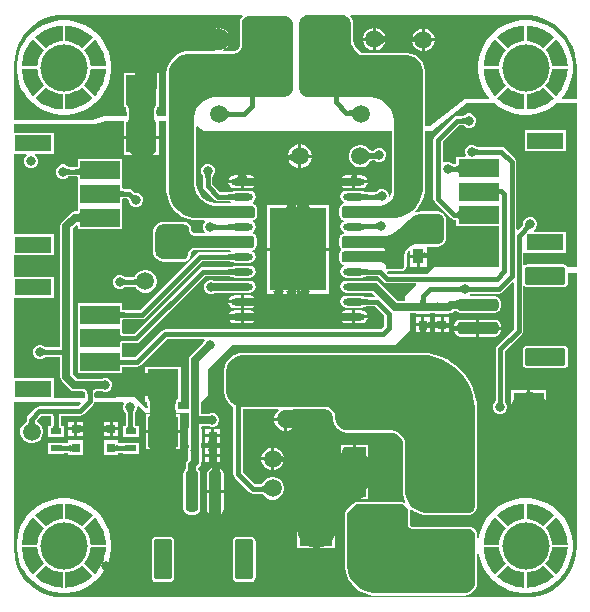
<source format=gtl>
G04*
G04 #@! TF.GenerationSoftware,Altium Limited,Altium Designer,21.3.2 (30)*
G04*
G04 Layer_Physical_Order=1*
G04 Layer_Color=255*
%FSTAX25Y25*%
%MOIN*%
G70*
G04*
G04 #@! TF.SameCoordinates,B4C271EC-4B27-40F8-A0F4-B21306F732D5*
G04*
G04*
G04 #@! TF.FilePolarity,Positive*
G04*
G01*
G75*
%ADD18R,0.15000X0.16693*%
%ADD19R,0.09843X0.12402*%
%ADD20C,0.05906*%
%ADD21R,0.03543X0.02165*%
%ADD22R,0.03150X0.03150*%
%ADD23R,0.03150X0.03150*%
G04:AMPARAMS|DCode=24|XSize=59.06mil|YSize=133.86mil|CornerRadius=7.38mil|HoleSize=0mil|Usage=FLASHONLY|Rotation=180.000|XOffset=0mil|YOffset=0mil|HoleType=Round|Shape=RoundedRectangle|*
%AMROUNDEDRECTD24*
21,1,0.05906,0.11909,0,0,180.0*
21,1,0.04429,0.13386,0,0,180.0*
1,1,0.01476,-0.02215,0.05955*
1,1,0.01476,0.02215,0.05955*
1,1,0.01476,0.02215,-0.05955*
1,1,0.01476,-0.02215,-0.05955*
%
%ADD24ROUNDEDRECTD24*%
G04:AMPARAMS|DCode=25|XSize=39.37mil|YSize=137.8mil|CornerRadius=9.84mil|HoleSize=0mil|Usage=FLASHONLY|Rotation=180.000|XOffset=0mil|YOffset=0mil|HoleType=Round|Shape=RoundedRectangle|*
%AMROUNDEDRECTD25*
21,1,0.03937,0.11811,0,0,180.0*
21,1,0.01968,0.13780,0,0,180.0*
1,1,0.01968,-0.00984,0.05906*
1,1,0.01968,0.00984,0.05906*
1,1,0.01968,0.00984,-0.05906*
1,1,0.01968,-0.00984,-0.05906*
%
%ADD25ROUNDEDRECTD25*%
%ADD26R,0.07480X0.16535*%
G04:AMPARAMS|DCode=27|XSize=59.06mil|YSize=133.86mil|CornerRadius=7.38mil|HoleSize=0mil|Usage=FLASHONLY|Rotation=270.000|XOffset=0mil|YOffset=0mil|HoleType=Round|Shape=RoundedRectangle|*
%AMROUNDEDRECTD27*
21,1,0.05906,0.11909,0,0,270.0*
21,1,0.04429,0.13386,0,0,270.0*
1,1,0.01476,-0.05955,-0.02215*
1,1,0.01476,-0.05955,0.02215*
1,1,0.01476,0.05955,0.02215*
1,1,0.01476,0.05955,-0.02215*
%
%ADD27ROUNDEDRECTD27*%
G04:AMPARAMS|DCode=28|XSize=39.37mil|YSize=137.8mil|CornerRadius=9.84mil|HoleSize=0mil|Usage=FLASHONLY|Rotation=270.000|XOffset=0mil|YOffset=0mil|HoleType=Round|Shape=RoundedRectangle|*
%AMROUNDEDRECTD28*
21,1,0.03937,0.11811,0,0,270.0*
21,1,0.01968,0.13780,0,0,270.0*
1,1,0.01968,-0.05906,-0.00984*
1,1,0.01968,-0.05906,0.00984*
1,1,0.01968,0.05906,0.00984*
1,1,0.01968,0.05906,-0.00984*
%
%ADD28ROUNDEDRECTD28*%
%ADD29R,0.03543X0.05118*%
%ADD30R,0.12205X0.05512*%
%ADD31R,0.13386X0.05906*%
%ADD32O,0.07284X0.02362*%
%ADD33R,0.18898X0.27559*%
%ADD34R,0.09843X0.09843*%
%ADD57C,0.13000*%
%ADD58C,0.06000*%
%ADD59C,0.01500*%
%ADD60C,0.04000*%
%ADD61C,0.02500*%
%ADD62C,0.07000*%
%ADD63C,0.07874*%
%ADD64R,0.11000X0.12000*%
%ADD65O,0.11000X0.12000*%
%ADD66C,0.15748*%
%ADD67C,0.03150*%
%ADD68C,0.02598*%
%ADD69C,0.01968*%
G36*
X0686717Y0495139D02*
X0687307Y049504D01*
X0687799Y0494942D01*
X0688685Y0494745D01*
X0689571Y049445D01*
X0690358Y0494154D01*
X0691244Y0493761D01*
X069213Y0493268D01*
X0692917Y0492776D01*
X0693705Y0492186D01*
X0694492Y0491497D01*
X069085Y0487855D01*
X0690358Y0488249D01*
X0689866Y0488643D01*
X0689374Y0488938D01*
X0688784Y0489233D01*
X0688095Y0489528D01*
X0687209Y0489824D01*
X0686224Y0490021D01*
X0685339Y0490119D01*
Y0495237D01*
X0686717Y0495139D01*
D02*
G37*
G36*
X0684551Y0490119D02*
X0683665Y0490021D01*
X0682681Y0489824D01*
X0681795Y0489528D01*
X0681106Y0489233D01*
X0680516Y0488938D01*
X0680024Y0488643D01*
X0679531Y0488249D01*
X0679039Y0487855D01*
X0675398Y0491497D01*
X0676185Y0492186D01*
X0676972Y0492776D01*
X067776Y0493268D01*
X0678646Y0493761D01*
X0679531Y0494154D01*
X0680319Y049445D01*
X0681205Y0494745D01*
X0682091Y0494942D01*
X0682583Y049504D01*
X0683173Y0495139D01*
X0684551Y0495237D01*
Y0490119D01*
D02*
G37*
G36*
X0531142Y0498942D02*
X0590464D01*
X0590671Y0498442D01*
X0590313Y0498084D01*
X0590139Y0497823D01*
X0589758Y0496905D01*
X0589697Y0496597D01*
Y048902D01*
X0589686Y0488795D01*
X0589595Y0488334D01*
X0589423Y0487919D01*
X0589173Y0487545D01*
X0588855Y0487227D01*
X0588481Y0486977D01*
X0588066Y0486805D01*
X0587605Y0486714D01*
X058738Y0486703D01*
X0584077D01*
X0584011Y0487203D01*
X0584149Y048724D01*
X0585004Y0487734D01*
X0585703Y0488432D01*
X0586197Y0489288D01*
X0586451Y0490237D01*
X05827D01*
X0578949D01*
X0579203Y0489288D01*
X0579697Y0488432D01*
X0580396Y0487734D01*
X0581251Y048724D01*
X0581389Y0487203D01*
X0581323Y0486703D01*
X0572701Y0486703D01*
X0572685Y04867D01*
X0572669Y0486702D01*
X0571988Y0486676D01*
X0571911Y0486657D01*
X0571832Y0486654D01*
X0570505Y0486336D01*
X0570433Y0486303D01*
X0570356Y0486284D01*
X0569117Y0485713D01*
X0569053Y0485667D01*
X0568981Y0485634D01*
X0567877Y0484832D01*
X0567823Y0484774D01*
X0567759Y0484727D01*
X0566833Y0483725D01*
X0566792Y0483658D01*
X0566738Y04836D01*
X0566025Y0482437D01*
X0565997Y0482362D01*
X0565956Y0482295D01*
X0565484Y0481015D01*
X0565471Y0480937D01*
X0565444Y0480863D01*
X056523Y0479515D01*
X0565233Y0479436D01*
X0565221Y0479358D01*
X0565247Y0478692D01*
Y0465117D01*
X0561935D01*
X0561845Y0466465D01*
X0561878Y0466866D01*
X0561976Y0467518D01*
X0562084Y0467989D01*
X0562131Y0468116D01*
X0562621D01*
Y0479558D01*
X0561812D01*
X0561809Y0478746D01*
X0554746Y0478734D01*
X0554761Y047877D01*
X0554773Y0478878D01*
X0554784Y0479057D01*
X055479Y0479558D01*
X0551179D01*
Y0468116D01*
X0551669D01*
X0551716Y0467989D01*
X0551816Y0467551D01*
X0551945Y046561D01*
X055161Y0465117D01*
X05449D01*
X05404Y04637D01*
X0514458D01*
Y0482258D01*
X0514453Y0482281D01*
X0514595Y0484437D01*
X051502Y0486578D01*
X0515722Y0488645D01*
X0516688Y0490603D01*
X0517901Y0492419D01*
X051934Y049406D01*
X0520981Y0495499D01*
X0522797Y0496712D01*
X0524755Y0497678D01*
X0526822Y049838D01*
X0528963Y0498806D01*
X0531119Y0498947D01*
X0531142Y0498942D01*
D02*
G37*
G36*
X069587Y0490021D02*
X0696461Y0489233D01*
X0696953Y0488446D01*
X0697445Y048756D01*
X0697839Y0486674D01*
X0698134Y0485887D01*
X0698429Y0485001D01*
X0698626Y0484115D01*
X0698724Y0483623D01*
X0698823Y0483032D01*
X0698921Y0481654D01*
X0693803D01*
X0693705Y048254D01*
X0693508Y0483524D01*
X0693213Y048441D01*
X0692917Y0485099D01*
X0692622Y048569D01*
X0692327Y0486182D01*
X0691933Y0486674D01*
X0691539Y0487166D01*
X0695181Y0490808D01*
X069587Y0490021D01*
D02*
G37*
G36*
X067835Y0487166D02*
X0677957Y0486674D01*
X0677563Y0486182D01*
X0677268Y048569D01*
X0676972Y0485099D01*
X0676677Y048441D01*
X0676382Y0483524D01*
X0676185Y048254D01*
X0676087Y0481654D01*
X0670968D01*
X0671067Y0483032D01*
X0671165Y0483623D01*
X0671264Y0484115D01*
X0671461Y0485001D01*
X0671756Y0485887D01*
X0672051Y0486674D01*
X0672445Y048756D01*
X0672937Y0488446D01*
X0673429Y0489233D01*
X067402Y0490021D01*
X0674709Y0490808D01*
X067835Y0487166D01*
D02*
G37*
G36*
X0698823Y0479489D02*
X0698724Y0478898D01*
X0698626Y0478406D01*
X0698429Y0477521D01*
X0698134Y0476635D01*
X0697839Y0475847D01*
X0697445Y0474961D01*
X0696953Y0474076D01*
X0696461Y0473288D01*
X069587Y0472501D01*
X0695181Y0471713D01*
X0691539Y0475355D01*
X0691933Y0475847D01*
X0692327Y0476339D01*
X0692622Y0476831D01*
X0692917Y0477422D01*
X0693213Y0478111D01*
X0693508Y0478997D01*
X0693705Y0479981D01*
X0693803Y0480867D01*
X0698921D01*
X0698823Y0479489D01*
D02*
G37*
G36*
X0676185Y0479981D02*
X0676382Y0478997D01*
X0676677Y0478111D01*
X0676972Y0477422D01*
X0677268Y0476831D01*
X0677563Y0476339D01*
X0677957Y0475847D01*
X067835Y0475355D01*
X0674709Y0471713D01*
X067402Y0472501D01*
X0673429Y0473288D01*
X0672937Y0474076D01*
X0672445Y0474961D01*
X0672051Y0475847D01*
X0671756Y0476635D01*
X0671461Y0477521D01*
X0671264Y0478406D01*
X0671165Y0478898D01*
X0671067Y0479489D01*
X0670968Y0480867D01*
X0676087D01*
X0676185Y0479981D01*
D02*
G37*
G36*
X06043Y04986D02*
X06043Y04986D01*
X06043D01*
X0604761Y0498571D01*
X0605233Y0498477D01*
X0605816Y0498236D01*
X060634Y0497886D01*
X0606786Y049744D01*
X0607136Y0496916D01*
X0607377Y0496333D01*
X06075Y0495715D01*
X06075Y04954D01*
X06075Y04747D01*
X06075Y04747D01*
X06075Y0474385D01*
X0607377Y0473767D01*
X0607136Y0473184D01*
X0606786Y047266D01*
X060634Y0472214D01*
X0605816Y0471864D01*
X0605233Y0471623D01*
X0604615Y04715D01*
X06043Y04715D01*
X05818Y04715D01*
Y04715D01*
X0581065Y0471464D01*
X0579623Y0471177D01*
X0578265Y0470614D01*
X0577042Y0469798D01*
X0576002Y0468758D01*
X0575186Y0467535D01*
X0574623Y0466177D01*
X0574336Y0464735D01*
X05743Y0464D01*
Y0443D01*
X05743Y0443D01*
X0574338Y0442235D01*
X0574636Y0440735D01*
X0575221Y0439323D01*
X057607Y0438052D01*
X0577152Y043697D01*
X0578423Y0436121D01*
X0579836Y0435536D01*
X0581335Y0435238D01*
X05821Y04352D01*
X0593799D01*
X0594166Y0435048D01*
X0594448Y0434766D01*
X05946Y0434399D01*
Y0431761D01*
X0594493Y0431503D01*
X0594297Y0431307D01*
X0594039Y04312D01*
X05754D01*
X0574479Y04312D01*
X0572673Y0431559D01*
X0570971Y0432264D01*
X056944Y0433287D01*
X0568137Y043459D01*
X0567114Y0436121D01*
X0566409Y0437823D01*
X056605Y0439629D01*
X056605Y044055D01*
Y0478707D01*
X0566023Y0479389D01*
X0566237Y0480737D01*
X0566709Y0482017D01*
X0567422Y048318D01*
X0568349Y0484182D01*
X0569453Y0484984D01*
X0570692Y0485555D01*
X0572019Y0485873D01*
X0572701Y04859D01*
X05874Y04859D01*
X0587704Y0485915D01*
X05883Y0486033D01*
X0588861Y0486266D01*
X0589367Y0486604D01*
X0589796Y0487033D01*
X0590134Y0487539D01*
X0590367Y04881D01*
X0590485Y0488696D01*
X05905Y0489D01*
Y0496597D01*
X0590881Y0497516D01*
X0591584Y0498219D01*
X0592503Y04986D01*
X06043D01*
X06043Y04986D01*
D02*
G37*
G36*
X0686564Y0498799D02*
X0688834Y0498348D01*
X0691026Y0497603D01*
X0693102Y049658D01*
X0695027Y0495294D01*
X0696767Y0493767D01*
X0698294Y0492027D01*
X069958Y0490102D01*
X0700603Y0488026D01*
X0701347Y0485834D01*
X0701799Y0483564D01*
X0701948Y0481285D01*
X0701942Y0481254D01*
Y0480042D01*
Y04707D01*
X0697322D01*
X0697075Y04712D01*
X0698067Y0472493D01*
X0699099Y047428D01*
X0699889Y0476188D01*
X0700423Y0478182D01*
X0700693Y0480228D01*
X0700693Y048126D01*
X0700693Y048126D01*
X0700693Y048126D01*
X0700693Y0482293D01*
X0700423Y0484339D01*
X0699889Y0486333D01*
X0699099Y0488241D01*
X0698067Y0490028D01*
X069681Y0491666D01*
X0695351Y0493126D01*
X0693713Y0494383D01*
X0691925Y0495415D01*
X0690018Y0496205D01*
X0688024Y0496739D01*
X0685977Y0497009D01*
X0684945Y0497009D01*
X0684945Y0497008D01*
X0683913Y0497008D01*
X0681866Y0496739D01*
X0679872Y0496205D01*
X0677965Y0495415D01*
X0676177Y0494382D01*
X0674539Y0493126D01*
X0673079Y0491666D01*
X0671823Y0490028D01*
X0670791Y0488241D01*
X0670001Y0486334D01*
X0669466Y048434D01*
X0669197Y0482293D01*
X0669197Y0481261D01*
X0669197Y0481261D01*
X0669197Y0480229D01*
X0669466Y0478182D01*
X0670001Y0476188D01*
X0670791Y0474281D01*
X0671823Y0472493D01*
X0672815Y04712D01*
X0672568Y04707D01*
X06646D01*
X06531Y04619D01*
X0651757Y0461896D01*
X0651403Y046225D01*
X0651403Y04798D01*
X0651403Y0480342D01*
X0651387Y0480419D01*
Y0480498D01*
X0651176Y0481561D01*
X0651146Y0481634D01*
X065113Y0481711D01*
X0650716Y0482713D01*
X0650672Y0482778D01*
X0650642Y0482851D01*
X065004Y0483752D01*
X0649984Y0483808D01*
X064994Y0483874D01*
X0649174Y048464D01*
X0649108Y0484684D01*
X0649052Y048474D01*
X0648151Y0485342D01*
X0648078Y0485372D01*
X0648012Y0485416D01*
X0647012Y048583D01*
X0646934Y0485846D01*
X0646861Y0485876D01*
X0645798Y0486087D01*
X0645719D01*
X0645642Y0486103D01*
X06451Y0486103D01*
X06451Y0486103D01*
X063102D01*
X0630838Y0486112D01*
X0630463Y0486186D01*
X0630128Y0486325D01*
X0629945Y0486448D01*
X0629945Y0486448D01*
X062981Y0486537D01*
X0629676Y0486659D01*
X0628682Y0487654D01*
X062842Y0487943D01*
X0627976Y0488607D01*
X0627678Y0489327D01*
X0627522Y049011D01*
X0627503Y0490499D01*
Y0496015D01*
X0627487Y0496093D01*
Y0496172D01*
X0627364Y049679D01*
X0627334Y0496863D01*
X0627319Y0496941D01*
X0627077Y0497523D01*
X0627034Y0497589D01*
X0627003Y0497662D01*
X0626653Y0498186D01*
X0626597Y0498242D01*
X0626553Y0498308D01*
X0626419Y0498442D01*
X0626626Y0498942D01*
X0684254D01*
X0684285Y0498948D01*
X0686564Y0498799D01*
D02*
G37*
G36*
X0694492Y0471024D02*
X0693705Y0470335D01*
X0692917Y0469745D01*
X069213Y0469253D01*
X0691244Y0468761D01*
X0690358Y0468367D01*
X0689571Y0468072D01*
X0688685Y0467776D01*
X0687799Y046758D01*
X0687307Y0467481D01*
X0686717Y0467383D01*
X0685339Y0467284D01*
Y0472402D01*
X0686224Y0472501D01*
X0687209Y0472698D01*
X0688095Y0472993D01*
X0688784Y0473288D01*
X0689374Y0473584D01*
X0689866Y0473879D01*
X0690358Y0474272D01*
X069085Y0474666D01*
X0694492Y0471024D01*
D02*
G37*
G36*
X0679531Y0474272D02*
X0680024Y0473879D01*
X0680516Y0473584D01*
X0681106Y0473288D01*
X0681795Y0472993D01*
X0682681Y0472698D01*
X0683665Y0472501D01*
X0684551Y0472402D01*
Y0467284D01*
X0683173Y0467383D01*
X0682583Y0467481D01*
X0682091Y046758D01*
X0681205Y0467776D01*
X0680319Y0468072D01*
X0679531Y0468367D01*
X0678646Y0468761D01*
X067776Y0469253D01*
X0676972Y0469745D01*
X0676185Y0470335D01*
X0675398Y0471024D01*
X0679039Y0474666D01*
X0679531Y0474272D01*
D02*
G37*
G36*
X0701942Y04147D02*
X0698962D01*
X0698956Y0414731D01*
X0698618Y0415236D01*
X0698114Y0415573D01*
X0697518Y0415691D01*
X0685609D01*
X0685014Y0415573D01*
X0684667Y0415342D01*
X0684181Y041555D01*
X0684167Y0415563D01*
Y0419399D01*
X0684656Y0419428D01*
Y0419428D01*
X0698435D01*
Y0426514D01*
X0687737D01*
X0687637Y0427014D01*
X0687838Y0427097D01*
X0688503Y0427762D01*
X0688862Y042863D01*
Y042957D01*
X0688503Y0430438D01*
X0687838Y0431103D01*
X068697Y0431462D01*
X068603D01*
X0685162Y0431103D01*
X0684497Y0430438D01*
X0684138Y042957D01*
Y0429182D01*
X0684124Y0429125D01*
X0684121Y0429073D01*
X0684119Y042906D01*
X0684111Y0429035D01*
X0684097Y0428997D01*
X0684072Y0428947D01*
X0684035Y0428886D01*
X0683992Y0428823D01*
X0683921Y0428737D01*
X068233Y0427146D01*
X0681868Y0427338D01*
Y04498D01*
X0681748Y04504D01*
X0681408Y0450908D01*
X0678008Y0454308D01*
X06775Y0454648D01*
X06769Y0454768D01*
X066905D01*
X066898Y0454776D01*
X0668894Y0454791D01*
X0668825Y0454809D01*
X0668772Y0454827D01*
X0668735Y0454843D01*
X0668712Y0454856D01*
X0668702Y0454863D01*
X0668662Y0454899D01*
X0668612Y0454928D01*
X0668338Y0455203D01*
X066747Y0455562D01*
X066653D01*
X0665662Y0455203D01*
X0664997Y0454538D01*
X0664638Y045367D01*
Y045273D01*
X0664934Y0452014D01*
X0664692Y0451514D01*
X0661821D01*
Y044913D01*
X0661722Y0449103D01*
X0661564Y0449077D01*
X0661455Y0449067D01*
X0660974D01*
X0660905Y0449076D01*
X0660819Y0449091D01*
X066075Y0449109D01*
X0660697Y0449127D01*
X066066Y0449143D01*
X0660637Y0449156D01*
X0660626Y0449163D01*
X0660587Y0449198D01*
X0660537Y0449228D01*
X0660263Y0449503D01*
X0659395Y0449862D01*
X0658455D01*
X0657867Y0449619D01*
X0657368Y0449937D01*
Y0456551D01*
X0662849Y0462033D01*
X066415D01*
X066422Y0462024D01*
X0664306Y0462009D01*
X0664375Y0461991D01*
X0664428Y0461973D01*
X0664465Y0461957D01*
X0664488Y0461944D01*
X0664498Y0461937D01*
X0664538Y0461902D01*
X0664588Y0461872D01*
X0664862Y0461597D01*
X066573Y0461238D01*
X066667D01*
X0667538Y0461597D01*
X0668203Y0462262D01*
X0668562Y046313D01*
Y046407D01*
X0668203Y0464938D01*
X0667538Y0465603D01*
X066667Y0465962D01*
X066573D01*
X0664862Y0465603D01*
X0664588Y0465328D01*
X0664538Y0465299D01*
X0664498Y0465263D01*
X0664488Y0465256D01*
X0664465Y0465243D01*
X0664428Y0465227D01*
X0664375Y0465209D01*
X0664306Y0465191D01*
X0664231Y0465178D01*
X066412Y0465168D01*
X06622D01*
X06616Y0465048D01*
X0661092Y0464708D01*
X0654692Y0458308D01*
X0654352Y04578D01*
X0654233Y04572D01*
Y04376D01*
X0654352Y0437D01*
X0654692Y0436492D01*
X0660129Y0431054D01*
X0660638Y0430715D01*
X0661237Y0430595D01*
X0661575D01*
X0661648Y0430589D01*
X0661793Y0430567D01*
X0661821Y043056D01*
Y0428286D01*
X0676232D01*
Y04147D01*
X06543D01*
X0652068Y0412467D01*
X0639249D01*
X0638867Y041285D01*
X0639113Y0413311D01*
X0639181Y0413297D01*
X06394Y0413297D01*
X06433D01*
X0643539Y0413297D01*
X0643539Y0413297D01*
X0643539Y0413297D01*
X0643684Y0413326D01*
X0643846Y0413358D01*
X0643846Y0413358D01*
X0643846Y0413358D01*
X0644287Y0413541D01*
X0644287Y0413541D01*
X0644287Y0413541D01*
X0644388Y0413608D01*
X0644547Y0413715D01*
X0644547Y0413715D01*
X0644885Y0414052D01*
X0644885Y0414052D01*
X0644885Y0414052D01*
X0644993Y0414214D01*
X0645059Y0414313D01*
Y0414313D01*
X0645059Y0414313D01*
X0645242Y0414754D01*
X0645242Y0414754D01*
X0645242Y0414754D01*
X0645272Y0414909D01*
X0645303Y0415061D01*
X0645303Y0415061D01*
X0645303Y0415061D01*
X0645303Y04153D01*
X0645303Y041838D01*
X0645318Y0418693D01*
X0645444Y0419327D01*
X0645684Y0419905D01*
X0645909Y0420242D01*
X0646409Y042009D01*
Y04188D01*
X064918D01*
X0650928D01*
Y04202D01*
X0650943Y0420057D01*
X0650988Y041993D01*
X0651064Y0419817D01*
X065117Y041972D01*
X0651306Y0419637D01*
X0651472Y041957D01*
X0651669Y0419518D01*
X0651896Y041948D01*
X0651952Y0419475D01*
Y0421597D01*
X0655918D01*
X0656225Y0421658D01*
X0656997Y0421978D01*
X0657257Y0422152D01*
X0657848Y0422743D01*
X0658022Y0423003D01*
X0658342Y0423775D01*
X0658403Y0424082D01*
Y0430898D01*
X0658342Y0431205D01*
X0658037Y043194D01*
X0658037Y043194D01*
X0657863Y0432201D01*
X0657301Y0432763D01*
X065704Y0432937D01*
X065704Y0432937D01*
X0656305Y0433242D01*
X0656305Y0433242D01*
X0655998Y0433303D01*
X065Y0433303D01*
X0649972Y0433297D01*
X0649943Y0433301D01*
X0649369Y043326D01*
X0649293Y0433239D01*
X0649214Y0433233D01*
X0648393Y0433009D01*
X0648134Y0433456D01*
X0648935Y0434258D01*
X0648979Y0434323D01*
X0649035Y0434379D01*
X0650129Y0436017D01*
X065016Y043609D01*
X0650204Y0436156D01*
X0650957Y0437976D01*
X0650973Y0438053D01*
X0651003Y0438127D01*
X0651387Y0440058D01*
Y0440137D01*
X0651403Y0440215D01*
Y04412D01*
X0651403Y04602D01*
X06537D01*
X06655Y04695D01*
X0674434D01*
X0674539Y0469395D01*
X0676177Y0468139D01*
X0677965Y0467106D01*
X0679872Y0466316D01*
X0681866Y0465782D01*
X0683913Y0465513D01*
X0684945D01*
X0685977Y0465513D01*
X0688024Y0465782D01*
X0690018Y0466316D01*
X0691925Y0467106D01*
X0693713Y0468138D01*
X0695351Y0469395D01*
X0695456Y04695D01*
X0701942D01*
Y04147D01*
D02*
G37*
G36*
X0627517Y0464666D02*
X0627435Y0464815D01*
X0627333Y0464948D01*
X062721Y0465066D01*
X0627067Y0465168D01*
X0626903Y0465254D01*
X062672Y0465325D01*
X0626515Y0465379D01*
X0626291Y0465419D01*
X0626047Y0465442D01*
X0625782Y046545D01*
X062594Y046695D01*
X0626205Y0466957D01*
X0626453Y0466978D01*
X0626683Y0467013D01*
X0626897Y0467062D01*
X0627094Y0467125D01*
X0627274Y0467202D01*
X0627436Y0467293D01*
X0627582Y0467398D01*
X062771Y0467518D01*
X0627822Y0467651D01*
X0627517Y0464666D01*
D02*
G37*
G36*
X0585441Y0467158D02*
X0585557Y046703D01*
X0585692Y0466918D01*
X0585846Y046682D01*
X0586018Y0466738D01*
X0586208Y046667D01*
X0586417Y0466617D01*
X0586645Y046658D01*
X0586891Y0466558D01*
X0587156Y046655D01*
Y046505D01*
X0586891Y0465042D01*
X0586645Y046502D01*
X0586417Y0464983D01*
X0586208Y046493D01*
X0586018Y0464862D01*
X0585846Y046478D01*
X0585692Y0464682D01*
X0585557Y046457D01*
X0585441Y0464442D01*
X0585343Y04643D01*
Y04673D01*
X0585441Y0467158D01*
D02*
G37*
G36*
X0665075Y0462498D02*
X0665001Y0462565D01*
X0664917Y0462625D01*
X0664822Y0462677D01*
X0664717Y0462723D01*
X0664601Y0462762D01*
X0664476Y0462794D01*
X066434Y0462818D01*
X0664194Y0462836D01*
X0664037Y0462847D01*
X066387Y046285D01*
Y046435D01*
X0664037Y0464354D01*
X066434Y0464382D01*
X0664476Y0464406D01*
X0664601Y0464438D01*
X0664717Y0464477D01*
X0664822Y0464523D01*
X0664917Y0464575D01*
X0665001Y0464635D01*
X0665075Y0464702D01*
Y0462498D01*
D02*
G37*
G36*
X0560847Y0469376D02*
X0560877Y0468928D01*
X0561809D01*
X0561624Y0468849D01*
X0561459Y0468613D01*
X0561313Y0468219D01*
X0561187Y0467668D01*
X056108Y0466959D01*
X056104Y0466471D01*
X0561187Y0464258D01*
X0561313Y0463707D01*
X0561459Y0463313D01*
X0561624Y0463077D01*
X0561809Y0462998D01*
X0560879D01*
X0560837Y0461054D01*
X0552963D01*
X0552953Y046255D01*
X0552923Y0462998D01*
X0551991D01*
X0552176Y0463077D01*
X0552341Y0463313D01*
X0552487Y0463707D01*
X0552613Y0464258D01*
X055272Y0464967D01*
X055276Y0465455D01*
X0552613Y0467668D01*
X0552487Y0468219D01*
X0552341Y0468613D01*
X0552176Y0468849D01*
X0551991Y0468928D01*
X0552921D01*
X0552963Y0470872D01*
X0560837D01*
X0560847Y0469376D01*
D02*
G37*
G36*
X0565247Y044055D02*
X0565247Y0439629D01*
X0565263Y0439552D01*
Y0439472D01*
X0565622Y0437666D01*
X0565652Y0437593D01*
X0565667Y0437515D01*
X0566372Y0435814D01*
X0566416Y0435748D01*
X0566446Y0435675D01*
X056747Y0434144D01*
X0567526Y0434088D01*
X056757Y0434022D01*
X0568872Y043272D01*
X0568938Y0432676D01*
X0568994Y043262D01*
X0570525Y0431597D01*
X0570598Y0431566D01*
X0570664Y0431522D01*
X0572365Y0430818D01*
X0572443Y0430802D01*
X0572516Y0430772D01*
X0574323Y0430413D01*
X0574402D01*
X0574479Y0430397D01*
X05754Y0430397D01*
X0577849D01*
X0578056Y0429897D01*
X0577697Y0429538D01*
X0577338Y042867D01*
Y042773D01*
X0577697Y0426862D01*
X0578056Y0426503D01*
X0577849Y0426003D01*
X0574939D01*
X0574648Y0426031D01*
X0574077Y0426268D01*
X0573668Y0426677D01*
X0573431Y0427248D01*
X0573403Y042754D01*
X0573403Y0427798D01*
X0573342Y0428106D01*
X0573342Y0428106D01*
X0573113Y0428657D01*
X0573113Y0428657D01*
X0573026Y0428787D01*
X0572939Y0428917D01*
X0572939Y0428917D01*
X0572517Y0429339D01*
X0572257Y0429513D01*
X0571865Y0429676D01*
X0571766Y0429695D01*
X0571672Y0429729D01*
X0571215Y0429795D01*
X0571157Y0429791D01*
X05711Y0429803D01*
X05711D01*
X05711Y0429803D01*
X05644Y0429803D01*
X0564114Y0429803D01*
X0564037Y0429787D01*
X0563958D01*
X0563398Y0429676D01*
X0563324Y0429646D01*
X0563247Y042963D01*
X0562719Y0429412D01*
X0562653Y0429368D01*
X056258Y0429338D01*
X0562105Y042902D01*
X0562049Y0428964D01*
X0561984Y042892D01*
X056158Y0428516D01*
X0561536Y0428451D01*
X056148Y0428395D01*
X0561163Y042792D01*
X0561132Y0427847D01*
X0561088Y0427781D01*
X056087Y0427253D01*
X0560854Y0427176D01*
X0560824Y0427103D01*
X0560748Y0426718D01*
Y042667D01*
X0560735Y0426623D01*
X05607Y0426161D01*
X0560703Y042613D01*
X0560697Y04261D01*
Y04203D01*
X0560697Y0420005D01*
X0560713Y0419927D01*
Y0419848D01*
X0560828Y0419268D01*
X0560858Y0419195D01*
X0560874Y0419118D01*
X05611Y0418572D01*
X0561144Y0418506D01*
X0561174Y0418433D01*
X0561502Y0417942D01*
X0561558Y0417886D01*
X0561602Y041782D01*
X056202Y0417402D01*
X0562086Y0417358D01*
X0562142Y0417302D01*
X0562633Y0416974D01*
X0562706Y0416944D01*
X0562772Y04169D01*
X0563318Y0416674D01*
X0563395Y0416658D01*
X0563468Y0416628D01*
X0564048Y0416513D01*
X0564127D01*
X0564205Y0416497D01*
X05645Y0416497D01*
X05645Y0416497D01*
X0571058D01*
X0571365Y0416558D01*
X0572027Y0416832D01*
X0572287Y0417006D01*
X0572287Y0417006D01*
X0572794Y0417513D01*
X0572968Y0417773D01*
X0573242Y0418435D01*
X0573242Y0418435D01*
X0573303Y0418742D01*
Y0419061D01*
X0573328Y0419312D01*
X0573534Y0419812D01*
X0573888Y0420165D01*
X0574388Y0420372D01*
X057464Y0420397D01*
X058642D01*
X0586429Y0420394D01*
X0586652Y0419897D01*
X058657Y0419805D01*
X0586053Y0419768D01*
X05765D01*
X05759Y0419648D01*
X0575392Y0419308D01*
X0556525Y0400442D01*
X0550947D01*
X0550837Y0400451D01*
X0550679Y0400477D01*
X055058Y0400504D01*
Y0402688D01*
X053562D01*
Y0395314D01*
X053562Y0395208D01*
Y0394814D01*
X053562Y0394708D01*
Y038744D01*
X053562Y0387334D01*
Y038694D01*
X053562Y0386834D01*
Y037946D01*
X055058D01*
Y0381558D01*
X0555526D01*
X0556126Y0381678D01*
X0556634Y0382018D01*
X0565549Y0390932D01*
X0577885D01*
X0578092Y0390433D01*
X0577797Y0390138D01*
X0577513Y038945D01*
X0573221Y0385158D01*
X057277Y0384485D01*
X0572612Y038369D01*
Y03675D01*
X0568996D01*
X0568945Y0368276D01*
X0568978Y0368677D01*
X0569076Y0369329D01*
X0569168Y0369727D01*
X0569921D01*
Y0381569D01*
X0558079D01*
Y0379284D01*
X055847Y0379307D01*
X0558747Y0379365D01*
X0558945Y0379431D01*
X0559063Y0379507D01*
X0559103Y0379591D01*
Y0371705D01*
X0559063Y0371789D01*
X0558945Y0371865D01*
X0558747Y0371931D01*
X055847Y0371989D01*
X0558114Y0372037D01*
X0558079Y037204D01*
Y0369727D01*
X0558833D01*
X0558916Y0369362D01*
X0559014Y0367893D01*
X0558527Y0367673D01*
X055485Y037135D01*
X0541604Y037127D01*
X054125Y0371622D01*
Y0372821D01*
X0541251Y0372888D01*
X0541277Y0372978D01*
X0541315Y0373046D01*
X0541374Y0373112D01*
X0541475Y0373186D01*
X0541634Y0373264D01*
X054186Y0373337D01*
X0542154Y0373395D01*
X054241Y0373423D01*
X0543642D01*
X054433Y0373138D01*
X054527D01*
X0546138Y0373497D01*
X0546803Y0374162D01*
X0547162Y037503D01*
Y037597D01*
X0546803Y0376838D01*
X0546138Y0377503D01*
X054527Y0377862D01*
X054433D01*
X0543642Y0377577D01*
X0535425D01*
X0533977Y0379025D01*
Y03863D01*
Y0427539D01*
X053512Y0428682D01*
X053562Y0428475D01*
Y0427512D01*
X055058D01*
Y0434886D01*
X055058Y0434992D01*
Y0435386D01*
X055058Y0435492D01*
Y043757D01*
X0550679Y0437597D01*
X0550837Y0437623D01*
X0550947Y0437633D01*
X0552104D01*
X0552619Y0437118D01*
X0552726Y0436987D01*
X0552772Y0436921D01*
X0552812Y0436859D01*
X0552838Y0436812D01*
Y043673D01*
X0553197Y0435862D01*
X0553862Y0435197D01*
X055473Y0434838D01*
X055567D01*
X0556538Y0435197D01*
X0557203Y0435862D01*
X0557562Y043673D01*
Y043767D01*
X0557203Y0438538D01*
X0556538Y0439203D01*
X055567Y0439562D01*
X055473D01*
X0554686Y0439544D01*
X0554684Y0439544D01*
X0554639Y0439568D01*
X055458Y0439605D01*
X0554523Y0439648D01*
X0553862Y0440308D01*
X0553354Y0440648D01*
X0552754Y0440767D01*
X0551055D01*
X055058Y044109D01*
Y044276D01*
X055058Y0442866D01*
Y044326D01*
X055058Y0443366D01*
Y045074D01*
X053562D01*
Y0448232D01*
X0535513Y0448203D01*
X0535358Y0448177D01*
X053525Y0448168D01*
X053285D01*
X053278Y0448176D01*
X0532694Y0448191D01*
X0532625Y0448209D01*
X0532572Y0448227D01*
X0532535Y0448243D01*
X0532512Y0448256D01*
X0532502Y0448263D01*
X0532462Y0448299D01*
X0532412Y0448328D01*
X0532138Y0448603D01*
X053127Y0448962D01*
X053033D01*
X0529462Y0448603D01*
X0528797Y0447938D01*
X0528438Y044707D01*
Y044613D01*
X0528797Y0445262D01*
X0529462Y0444597D01*
X053033Y0444238D01*
X053127D01*
X0532138Y0444597D01*
X0532412Y0444872D01*
X0532462Y0444902D01*
X0532502Y0444937D01*
X0532512Y0444944D01*
X0532535Y0444957D01*
X0532572Y0444973D01*
X0532625Y0444991D01*
X0532694Y0445009D01*
X0532769Y0445022D01*
X053288Y0445033D01*
X0535146D01*
X053562Y0444717D01*
Y0443366D01*
X053562Y044326D01*
Y0442866D01*
X053562Y044276D01*
Y0435492D01*
X053562Y0435386D01*
Y0434992D01*
X053562Y0434886D01*
Y0433358D01*
X0535279Y0433329D01*
X0534752D01*
X0533957Y0433171D01*
X0533283Y0432721D01*
X0530431Y0429869D01*
X0529981Y0429195D01*
X0529823Y04284D01*
Y0388068D01*
X0525149D01*
X052508Y0388076D01*
X0524994Y0388091D01*
X0524925Y0388109D01*
X0524872Y0388127D01*
X0524835Y0388143D01*
X0524812Y0388156D01*
X0524802Y0388163D01*
X0524762Y0388198D01*
X0524712Y0388228D01*
X0524438Y0388503D01*
X052357Y0388862D01*
X052263D01*
X0521762Y0388503D01*
X0521097Y0387838D01*
X0520738Y038697D01*
Y038603D01*
X0521097Y0385162D01*
X0521762Y0384497D01*
X052263Y0384138D01*
X052357D01*
X0524438Y0384497D01*
X0524712Y0384772D01*
X0524762Y0384802D01*
X0524802Y0384837D01*
X0524812Y0384844D01*
X0524835Y0384857D01*
X0524872Y0384873D01*
X0524925Y0384891D01*
X0524994Y0384909D01*
X0525069Y0384922D01*
X052518Y0384932D01*
X0529823D01*
Y0378165D01*
X0529981Y0377369D01*
X0530431Y0376696D01*
X0533096Y0374031D01*
X053377Y0373581D01*
X0534564Y0373423D01*
X0536954D01*
X0537211Y0373395D01*
X0537504Y0373337D01*
X053773Y0373264D01*
X053789Y0373186D01*
X053799Y0373112D01*
X0538049Y0373046D01*
X0538077Y0372996D01*
X0538115Y0372265D01*
Y0371249D01*
X05281Y0371188D01*
X0527746Y037154D01*
Y0377688D01*
X0514458D01*
Y040446D01*
X0527746D01*
Y0411547D01*
X0514458D01*
Y0418653D01*
X0527746D01*
Y042574D01*
X0514458D01*
Y0452512D01*
X0518585D01*
X0518684Y0452012D01*
X0518662Y0452003D01*
X0517997Y0451338D01*
X0517638Y045047D01*
Y044953D01*
X0517997Y0448662D01*
X0518662Y0447997D01*
X051953Y0447638D01*
X052047D01*
X0521338Y0447997D01*
X0522003Y0448662D01*
X0522362Y044953D01*
Y045047D01*
X0522003Y0451338D01*
X0521338Y0452003D01*
X0521316Y0452012D01*
X0521415Y0452512D01*
X0527746D01*
Y0459598D01*
X0514458D01*
Y04623D01*
X05413D01*
X05452Y04634D01*
X0550979D01*
Y0458589D01*
X0562821D01*
Y04634D01*
X0565247D01*
Y044055D01*
D02*
G37*
G36*
X0668199Y0454235D02*
X0668283Y0454176D01*
X0668378Y0454123D01*
X0668483Y0454077D01*
X0668599Y0454038D01*
X0668724Y0454006D01*
X066886Y0453982D01*
X0669006Y0453964D01*
X0669163Y0453954D01*
X066933Y045395D01*
Y045245D01*
X0669163Y0452447D01*
X066886Y0452418D01*
X0668724Y0452394D01*
X0668599Y0452362D01*
X0668483Y0452323D01*
X0668378Y0452277D01*
X0668283Y0452224D01*
X0668199Y0452165D01*
X0668125Y0452098D01*
Y0454302D01*
X0668199Y0454235D01*
D02*
G37*
G36*
X0662633Y0446D02*
X0662617Y0446142D01*
X0662572Y044627D01*
X0662497Y0446383D01*
X0662391Y044648D01*
X0662255Y0446562D01*
X0662088Y044663D01*
X0661892Y0446683D01*
X0661665Y044672D01*
X0661408Y0446742D01*
X066118Y0446748D01*
X0661088Y0446746D01*
X0660785Y0446718D01*
X0660649Y0446694D01*
X0660523Y0446662D01*
X0660408Y0446623D01*
X0660303Y0446577D01*
X0660208Y0446524D01*
X0660124Y0446465D01*
X0660049Y0446398D01*
Y0448602D01*
X0660124Y0448535D01*
X0660208Y0448476D01*
X0660303Y0448423D01*
X0660408Y0448377D01*
X0660523Y0448338D01*
X0660649Y0448306D01*
X0660785Y0448282D01*
X0660931Y0448264D01*
X0661088Y0448253D01*
X066118Y0448252D01*
X0661408Y0448257D01*
X0661665Y044828D01*
X0661892Y0448317D01*
X0662088Y044837D01*
X0662255Y0448438D01*
X0662391Y044852D01*
X0662497Y0448618D01*
X0662572Y044873D01*
X0662617Y0448857D01*
X0662633Y0449D01*
Y0446D01*
D02*
G37*
G36*
X0531999Y0447635D02*
X0532083Y0447576D01*
X0532178Y0447523D01*
X0532283Y0447477D01*
X0532399Y0447438D01*
X0532524Y0447406D01*
X053266Y0447382D01*
X0532806Y0447364D01*
X0532963Y0447354D01*
X053313Y044735D01*
Y044585D01*
X0532963Y0445847D01*
X053266Y0445818D01*
X0532524Y0445794D01*
X0532399Y0445762D01*
X0532283Y0445723D01*
X0532178Y0445677D01*
X0532083Y0445624D01*
X0531999Y0445565D01*
X0531925Y0445498D01*
Y0447702D01*
X0531999Y0447635D01*
D02*
G37*
G36*
X0536419Y04451D02*
X0536404Y0445243D01*
X0536359Y044537D01*
X0536284Y0445482D01*
X0536179Y044558D01*
X0536044Y0445662D01*
X0535879Y044573D01*
X0535684Y0445783D01*
X0535459Y044582D01*
X0535204Y0445843D01*
X0534919Y044585D01*
Y044735D01*
X0535204Y0447358D01*
X0535459Y044738D01*
X0535684Y0447417D01*
X0535879Y044747D01*
X0536044Y0447538D01*
X0536179Y044762D01*
X0536284Y0447718D01*
X0536359Y044783D01*
X0536404Y0447958D01*
X0536419Y04481D01*
Y04451D01*
D02*
G37*
G36*
X0580035Y0445701D02*
X0579976Y0445617D01*
X0579923Y0445522D01*
X0579877Y0445417D01*
X0579838Y0445301D01*
X0579806Y0445176D01*
X0579782Y044504D01*
X0579764Y0444894D01*
X0579753Y0444737D01*
X057975Y044457D01*
X057825D01*
X0578246Y0444737D01*
X0578218Y044504D01*
X0578194Y0445176D01*
X0578162Y0445301D01*
X0578123Y0445417D01*
X0578077Y0445522D01*
X0578024Y0445617D01*
X0577965Y0445701D01*
X0577898Y0445775D01*
X0580102D01*
X0580035Y0445701D01*
D02*
G37*
G36*
X0675991Y0440805D02*
X0676015Y0440793D01*
X0676056Y0440783D01*
X0676113Y0440774D01*
X0676277Y0440761D01*
X0676645Y0440751D01*
X06768Y044075D01*
Y043925D01*
X0676645Y0439249D01*
X0676015Y0439207D01*
X0675991Y0439195D01*
X0675983Y0439183D01*
Y0440817D01*
X0675991Y0440805D01*
D02*
G37*
G36*
X05778Y04602D02*
X0640397D01*
X0640397Y044032D01*
X0640377Y0439899D01*
X0640208Y0439054D01*
X0639886Y0438276D01*
X0639862Y043824D01*
X0639362Y0438392D01*
Y043877D01*
X0639003Y0439638D01*
X0638338Y0440303D01*
X063747Y0440662D01*
X063653D01*
X0635662Y0440303D01*
X063534Y043998D01*
X0635285Y0439946D01*
X0635248Y043991D01*
X063524Y0439904D01*
X063522Y0439892D01*
X0635187Y0439877D01*
X0635137Y0439859D01*
X0635071Y0439842D01*
X0635Y0439828D01*
X0634886Y0439817D01*
X0631954D01*
X0631784Y0439822D01*
X0631431Y0439853D01*
X0631311Y0439871D01*
X063122Y0439889D01*
X0631177Y0439901D01*
X0631165Y0439908D01*
X0631125Y0439923D01*
X0630929Y0440054D01*
X0630161Y0440207D01*
X0625239D01*
X0624471Y0440054D01*
X062382Y0439619D01*
X0623385Y0438968D01*
X0623232Y04382D01*
X0623385Y0437432D01*
X062382Y0436781D01*
X0624286Y043647D01*
X06242Y0435977D01*
X0624183Y0435937D01*
X0623826Y0435789D01*
X0623566Y0435615D01*
X0623285Y0435334D01*
X062311Y0435074D01*
X0622958Y0434706D01*
X0622897Y0434399D01*
Y0432001D01*
X0622958Y0431694D01*
X062311Y0431326D01*
X0623285Y0431066D01*
X0623566Y0430785D01*
X0623826Y0430611D01*
X0624183Y0430463D01*
X06242Y0430423D01*
X0624286Y042993D01*
X062382Y0429619D01*
X0623385Y0428968D01*
X0623232Y04282D01*
X0623385Y0427432D01*
X062382Y0426781D01*
X0624386Y0426403D01*
X0624342Y0426006D01*
X0624303Y0425903D01*
X0624261D01*
X0623953Y0425842D01*
X0623696Y0425735D01*
X0623436Y0425561D01*
X0623239Y0425364D01*
X0623065Y0425104D01*
X0622958Y0424847D01*
X0622958Y0424846D01*
X0622897Y0424539D01*
Y04222D01*
X0622897Y0421961D01*
X0622958Y0421654D01*
X0622958Y0421654D01*
X0623141Y0421213D01*
X0623315Y0420953D01*
X0623337Y0420863D01*
X0623268Y0420293D01*
X0623239Y0420264D01*
X0623065Y0420004D01*
X0622958Y0419746D01*
X0622958Y0419746D01*
X0622958Y0419746D01*
X062293Y0419606D01*
X0622897Y0419439D01*
X0622897Y0419439D01*
X0622897Y0419439D01*
X0622897Y04193D01*
Y0417021D01*
X0622958Y0416714D01*
X0623095Y0416383D01*
X0623269Y0416122D01*
X0623523Y0415869D01*
X0623783Y0415695D01*
X0624114Y0415558D01*
X062433Y0415515D01*
X0624403Y0415277D01*
X0624409Y0415227D01*
X0624399Y0415006D01*
X062382Y0414619D01*
X0623385Y0413968D01*
X0623232Y04132D01*
X0623385Y0412432D01*
X062382Y0411781D01*
X0624471Y0411346D01*
X0625239Y0411193D01*
X0630161D01*
X0630929Y0411346D01*
X0631133Y0411482D01*
X0631179Y04115D01*
X0631211Y041152D01*
X0631223Y0411526D01*
X0631279Y0411544D01*
X0631372Y0411566D01*
X0631478Y0411584D01*
X0632142Y0411632D01*
X0635651D01*
X0637492Y0409792D01*
X0638Y0409452D01*
X06386Y0409333D01*
X0648279D01*
X064847Y0408871D01*
X06448Y04052D01*
Y0403588D01*
X064215D01*
X0636069Y0409669D01*
X0635395Y0410119D01*
X06346Y0410277D01*
X06277D01*
X0627347Y0410207D01*
X0625239D01*
X0624471Y0410054D01*
X062382Y0409619D01*
X0623385Y0408968D01*
X0623232Y04082D01*
X0623385Y0407432D01*
X062382Y0406781D01*
X0624471Y0406346D01*
X0625239Y0406193D01*
X0627347D01*
X06277Y0406123D01*
X063374D01*
X0634633Y040523D01*
X0634441Y0404768D01*
X0632024D01*
X0631845Y0404775D01*
X0631491Y0404813D01*
X0631372Y0404834D01*
X0631279Y0404856D01*
X0631223Y0404874D01*
X0631211Y040488D01*
X0631179Y04049D01*
X0631133Y0404918D01*
X0630929Y0405054D01*
X0630161Y0405207D01*
X0625239D01*
X0624471Y0405054D01*
X062382Y0404619D01*
X0623385Y0403968D01*
X0623232Y04032D01*
X0623385Y0402432D01*
X062382Y0401781D01*
X0624471Y0401346D01*
X0625239Y0401193D01*
X0630161D01*
X0630929Y0401346D01*
X0631133Y0401482D01*
X0631179Y04015D01*
X0631211Y040152D01*
X0631223Y0401526D01*
X0631279Y0401544D01*
X0631372Y0401566D01*
X0631478Y0401584D01*
X0632142Y0401632D01*
X0634651D01*
X0637733Y0398551D01*
Y0395149D01*
X0636651Y0394068D01*
X05649D01*
X05643Y0393948D01*
X0563792Y0393608D01*
X0554877Y0384694D01*
X055058D01*
Y0386834D01*
X055058Y038694D01*
Y0387334D01*
X055058Y038744D01*
Y038937D01*
X0550679Y0389397D01*
X0550837Y0389423D01*
X0550947Y0389433D01*
X05552D01*
X05558Y0389552D01*
X0556308Y0389892D01*
X0578049Y0411632D01*
X0586171D01*
X058635Y0411625D01*
X0586704Y0411587D01*
X0586823Y0411566D01*
X0586917Y0411544D01*
X0586972Y0411526D01*
X0586984Y041152D01*
X0587017Y04115D01*
X0587062Y0411482D01*
X0587267Y0411346D01*
X0588035Y0411193D01*
X0592956D01*
X0593724Y0411346D01*
X0594375Y0411781D01*
X059481Y0412432D01*
X0594963Y04132D01*
X059481Y0413968D01*
X0594375Y0414619D01*
X0593724Y0415054D01*
X0592956Y0415207D01*
X0588035D01*
X0587267Y0415054D01*
X0587062Y0414918D01*
X0587017Y04149D01*
X0586984Y041488D01*
X0586972Y0414874D01*
X0586917Y0414856D01*
X0586823Y0414834D01*
X0586718Y0414816D01*
X0586053Y0414768D01*
X05774D01*
X05768Y0414648D01*
X0576292Y0414308D01*
X0554551Y0392567D01*
X0551055D01*
X055058Y0392891D01*
Y0394708D01*
X055058Y0394814D01*
Y0395208D01*
X055058Y0395314D01*
Y0397244D01*
X0550679Y0397271D01*
X0550837Y0397297D01*
X0550947Y0397306D01*
X0557174D01*
X0557774Y0397426D01*
X0558282Y0397766D01*
X0577149Y0416633D01*
X0586171D01*
X058635Y0416625D01*
X0586704Y0416587D01*
X0586823Y0416566D01*
X0586917Y0416543D01*
X0586972Y0416526D01*
X0586984Y041652D01*
X0587017Y04165D01*
X0587062Y0416482D01*
X0587267Y0416346D01*
X0588035Y0416193D01*
X0592956D01*
X0593724Y0416346D01*
X0594375Y0416781D01*
X059481Y0417432D01*
X0594963Y04182D01*
X059481Y0418968D01*
X0594375Y0419619D01*
X0593911Y041993D01*
X0593907Y0419949D01*
X0594006Y0420458D01*
X0594006Y0420458D01*
X0594374Y0420611D01*
X0594634Y0420785D01*
X0594634Y0420785D01*
X0594915Y0421066D01*
X0595089Y0421326D01*
X0595089Y0421326D01*
X0595242Y0421694D01*
X0595303Y0422001D01*
X0595303Y04222D01*
X0595303Y04222D01*
Y0424479D01*
X0595242Y0424786D01*
X0595242Y0424786D01*
X0595105Y0425117D01*
X0595105Y0425117D01*
X0594931Y0425378D01*
X0594677Y0425631D01*
X0594417Y0425805D01*
X0594086Y0425942D01*
X0594086Y0425942D01*
X0594035Y0425952D01*
X0593925Y0426462D01*
X0593929Y0426483D01*
X0594375Y0426781D01*
X059481Y0427432D01*
X0594963Y04282D01*
X059481Y0428968D01*
X0594375Y0429619D01*
X0593959Y0429897D01*
X0594017Y0430258D01*
X0594094Y0430408D01*
X0594346Y0430458D01*
X0594604Y0430565D01*
X0594864Y0430739D01*
X0595061Y0430936D01*
X0595235Y0431196D01*
X0595342Y0431454D01*
X0595403Y0431761D01*
Y0434399D01*
X0595342Y0434706D01*
X0595342Y0434706D01*
X059519Y0435074D01*
X0595015Y0435334D01*
X0594734Y0435615D01*
X0594474Y0435789D01*
X0594106Y0435942D01*
X0594039Y0435955D01*
X0593928Y0436257D01*
X0593934Y0436486D01*
X0594375Y0436781D01*
X059481Y0437432D01*
X0594963Y04382D01*
X059481Y0438968D01*
X0594375Y0439619D01*
X0593724Y0440054D01*
X0592956Y0440207D01*
X0588035D01*
X0587267Y0440054D01*
X058707Y0439923D01*
X058703Y0439908D01*
X0587018Y0439901D01*
X0586975Y0439889D01*
X0586914Y0439877D01*
X0586102Y0439817D01*
X0583199D01*
X0580568Y0442449D01*
Y044485D01*
X0580576Y044492D01*
X0580591Y0445006D01*
X0580609Y0445075D01*
X0580627Y0445128D01*
X0580643Y0445165D01*
X0580656Y0445188D01*
X0580663Y0445198D01*
X0580698Y0445238D01*
X0580728Y0445288D01*
X0581003Y0445562D01*
X0581362Y044643D01*
Y044737D01*
X0581003Y0448238D01*
X0580338Y0448903D01*
X057947Y0449262D01*
X057853D01*
X0577662Y0448903D01*
X0576997Y0448238D01*
X0576638Y044737D01*
Y044643D01*
X0576997Y0445562D01*
X0577272Y0445288D01*
X0577302Y0445238D01*
X0577337Y0445198D01*
X0577344Y0445188D01*
X0577357Y0445165D01*
X0577373Y0445128D01*
X0577391Y0445075D01*
X0577409Y0445006D01*
X0577422Y0444931D01*
X0577432Y044482D01*
Y04418D01*
X0577552Y04412D01*
X0577892Y0440692D01*
X0581442Y0437142D01*
X058195Y0436802D01*
X058255Y0436683D01*
X0586129D01*
X0586287Y0436672D01*
X0586578Y0436635D01*
X058671Y0436524D01*
X0586724Y0436503D01*
X0586455Y0436011D01*
X0586433Y0436003D01*
X058212D01*
X0581434Y0436036D01*
X058007Y0436308D01*
X0578803Y0436832D01*
X0577664Y0437594D01*
X0576694Y0438563D01*
X0575933Y0439703D01*
X0575408Y044097D01*
X0575137Y0442334D01*
X0575103Y044302D01*
Y0461405D01*
X0575541Y0461646D01*
X05778Y04602D01*
D02*
G37*
G36*
X0549784Y0440557D02*
X0549829Y044043D01*
X0549905Y0440317D01*
X0550011Y044022D01*
X0550147Y0440137D01*
X0550313Y044007D01*
X055051Y0440018D01*
X0550737Y043998D01*
X0550994Y0439958D01*
X0551281Y043995D01*
Y043845D01*
X0550994Y0438443D01*
X0550737Y043842D01*
X055051Y0438382D01*
X0550313Y043833D01*
X0550147Y0438263D01*
X0550011Y043818D01*
X0549905Y0438083D01*
X0549829Y043797D01*
X0549784Y0437843D01*
X0549769Y04377D01*
Y04407D01*
X0549784Y0440557D01*
D02*
G37*
G36*
X063082Y0439179D02*
X0630913Y0439142D01*
X0631031Y0439108D01*
X0631172Y043908D01*
X0631337Y0439055D01*
X0631739Y043902D01*
X063252Y0439D01*
X0632597Y04375D01*
X0632322Y0437497D01*
X0631616Y0437449D01*
X0631421Y043742D01*
X0631092Y0437343D01*
X0630958Y0437294D01*
X0630844Y043724D01*
X063075Y0437179D01*
Y0439221D01*
X063082Y0439179D01*
D02*
G37*
G36*
X0587445Y0437179D02*
X0587351Y043724D01*
X0587237Y0437294D01*
X0587103Y0437343D01*
X0586949Y0437384D01*
X0586774Y043742D01*
X0586364Y0437471D01*
X0586129Y0437487D01*
X0585598Y04375D01*
X0585675Y0439D01*
X0585959Y0439002D01*
X0587023Y043908D01*
X0587165Y0439108D01*
X0587282Y0439142D01*
X0587375Y0439179D01*
X0587445Y0439221D01*
Y0437179D01*
D02*
G37*
G36*
X0635911Y0437162D02*
X0635835Y0437227D01*
X063575Y0437284D01*
X0635654Y0437335D01*
X0635548Y0437379D01*
X0635432Y0437416D01*
X0635305Y0437446D01*
X0635169Y043747D01*
X0635022Y0437487D01*
X0634699Y04375D01*
X0634644Y0439D01*
X0634811Y0439004D01*
X0635113Y0439033D01*
X0635249Y0439059D01*
X0635373Y0439091D01*
X0635488Y0439132D01*
X0635592Y0439179D01*
X0635685Y0439234D01*
X0635768Y0439296D01*
X0635841Y0439366D01*
X0635911Y0437162D01*
D02*
G37*
G36*
X055389Y0439131D02*
X0554008Y043903D01*
X0554124Y0438943D01*
X0554238Y0438871D01*
X0554349Y0438813D01*
X0554458Y043877D01*
X0554565Y0438741D01*
X0554668Y0438726D01*
X055477Y0438726D01*
X0554869Y043874D01*
X0553654Y04369D01*
X0553632Y0436986D01*
X05536Y0437076D01*
X0553557Y043717D01*
X0553504Y0437267D01*
X0553439Y0437369D01*
X0553364Y0437474D01*
X0553183Y0437697D01*
X0553076Y0437814D01*
X0552958Y0437934D01*
X0553769Y0439246D01*
X055389Y0439131D01*
D02*
G37*
G36*
X0624433Y0498777D02*
X0625016Y0498536D01*
X062554Y0498186D01*
X0625986Y049774D01*
X0626336Y0497216D01*
X0626577Y0496633D01*
X06267Y0496015D01*
Y049048D01*
X0626723Y0490011D01*
X0626906Y0489092D01*
X0627264Y0488227D01*
X0627785Y0487448D01*
X06281Y04871D01*
X0629122Y0486078D01*
Y0486078D01*
X0629315Y0485903D01*
X0629499Y048578D01*
X0629748Y0485614D01*
X0630229Y0485414D01*
X063074Y0485313D01*
X0631Y04853D01*
X06451D01*
X06451Y04853D01*
Y04853D01*
X0645642Y04853D01*
X0646704Y0485089D01*
X0647705Y0484674D01*
X0648606Y0484072D01*
X0649372Y0483306D01*
X0649974Y0482405D01*
X0650389Y0481404D01*
X06506Y0480342D01*
X06506Y04798D01*
X06506Y04412D01*
Y0440215D01*
X0650216Y0438283D01*
X0649462Y0436463D01*
X0648368Y0434825D01*
X0646975Y0433432D01*
X0645337Y0432338D01*
X0643517Y0431584D01*
X0641585Y04312D01*
X0624501D01*
X0624133Y0431352D01*
X0623852Y0431634D01*
X06237Y0432001D01*
Y0434399D01*
X0623852Y0434766D01*
X0624133Y0435048D01*
X0624501Y04352D01*
X06361D01*
X06366Y0435224D01*
X063758Y043542D01*
X0638504Y0435802D01*
X0639335Y0436358D01*
X0640042Y0437065D01*
X0640598Y0437896D01*
X064098Y043882D01*
X0641175Y04398D01*
X06412Y04403D01*
X06412Y04629D01*
X06412D01*
X06412Y04629D01*
X0641159Y0463743D01*
X064083Y0465396D01*
X0640184Y0466954D01*
X0639248Y0468356D01*
X0638056Y0469548D01*
X0636654Y0470484D01*
X0635096Y047113D01*
X0633443Y0471459D01*
X06326Y04715D01*
X06125Y04715D01*
X0612205Y04715D01*
X0611625Y0471615D01*
X0611079Y0471841D01*
X0610588Y047217D01*
X061017Y0472588D01*
X0609841Y0473079D01*
X0609615Y0473625D01*
X06095Y0474204D01*
X06095Y04745D01*
Y04958D01*
Y0496105D01*
X0609619Y0496704D01*
X0609853Y0497268D01*
X0610192Y0497776D01*
X0610624Y0498208D01*
X0611132Y0498547D01*
X0611696Y0498781D01*
X0612295Y04989D01*
X0623815D01*
X0624433Y0498777D01*
D02*
G37*
G36*
X0662633Y0430779D02*
X0662619Y04309D01*
X0662577Y0431007D01*
X0662507Y0431102D01*
X0662409Y0431185D01*
X0662284Y0431254D01*
X066213Y0431311D01*
X0661949Y0431356D01*
X066174Y0431387D01*
X0661502Y0431406D01*
X0661237Y0431413D01*
Y0432913D01*
X0661502Y0432919D01*
X066174Y0432938D01*
X0661949Y043297D01*
X066213Y0433014D01*
X0662284Y0433071D01*
X0662409Y0433141D01*
X0662507Y0433223D01*
X0662577Y0433318D01*
X0662619Y0433426D01*
X0662633Y0433546D01*
Y0430779D01*
D02*
G37*
G36*
X0536419Y0429585D02*
X0536402Y0429664D01*
X0536352Y0429735D01*
X0536269Y0429798D01*
X0536152Y0429852D01*
X0536002Y0429898D01*
X0535819Y0429935D01*
X0535602Y0429964D01*
X0535069Y0429998D01*
X0534752Y0430002D01*
Y0432502D01*
X0535069Y0432506D01*
X0535819Y0432569D01*
X0536002Y0432606D01*
X0536152Y0432652D01*
X0536269Y0432706D01*
X0536352Y0432769D01*
X0536402Y043284D01*
X0536419Y0432919D01*
Y0429585D01*
D02*
G37*
G36*
X05711Y0429D02*
X05711Y0429D01*
X05711D01*
X0571557Y0428934D01*
X057195Y0428772D01*
X0572372Y042835D01*
X05726Y0427798D01*
X05726Y04275D01*
X05726Y04275D01*
X0572644Y0427051D01*
X0572988Y0426222D01*
X0573622Y0425588D01*
X0574451Y0425244D01*
X05749Y04252D01*
X0593779D01*
X059411Y0425063D01*
X0594363Y042481D01*
X05945Y0424479D01*
Y04222D01*
X05945D01*
X05945Y0422001D01*
X0594348Y0421633D01*
X0594066Y0421352D01*
X0593699Y04212D01*
X05935Y04212D01*
X05746D01*
X05746Y04212D01*
X057419Y042116D01*
X0573433Y0420846D01*
X0572854Y0420267D01*
X057254Y041951D01*
X05725Y04191D01*
Y0418742D01*
X0572226Y041808D01*
X057172Y0417574D01*
X0571058Y04173D01*
X05645D01*
X05645Y04173D01*
X0564205Y04173D01*
X0563625Y0417415D01*
X0563079Y0417641D01*
X0562588Y041797D01*
X056217Y0418388D01*
X0561841Y0418879D01*
X0561615Y0419425D01*
X05615Y0420005D01*
X05615Y04203D01*
Y04261D01*
X05615Y04261D01*
X05615Y04261D01*
X0561535Y0426562D01*
X0561611Y0426946D01*
X056183Y0427474D01*
X0562147Y0427949D01*
X0562551Y0428353D01*
X0563026Y042867D01*
X0563554Y0428889D01*
X0564114Y0429D01*
X05644Y0429D01*
X05711Y0429D01*
X05711Y0429D01*
D02*
G37*
G36*
X0635652Y0427342D02*
X0635575Y0427394D01*
X0635488Y042744D01*
X063539Y0427481D01*
X0635283Y0427517D01*
X0635165Y0427547D01*
X0635037Y0427571D01*
X0634752Y0427604D01*
X0634594Y0427612D01*
X0634426Y0427615D01*
X0634167Y0429115D01*
X0634334Y0429119D01*
X0634489Y0429131D01*
X0634633Y0429152D01*
X0634766Y042918D01*
X0634887Y0429217D01*
X0634997Y0429262D01*
X0635096Y0429315D01*
X0635183Y0429376D01*
X0635259Y0429445D01*
X0635323Y0429522D01*
X0635652Y0427342D01*
D02*
G37*
G36*
X0630582Y0429296D02*
X0630716Y0429258D01*
X0630866Y0429225D01*
X0631217Y0429171D01*
X0631635Y0429135D01*
X0632389Y0429115D01*
X0632684Y0427615D01*
X0632419Y0427611D01*
X0631936Y0427576D01*
X0631719Y0427545D01*
X0631518Y0427506D01*
X0631332Y0427458D01*
X0631163Y0427401D01*
X0631009Y0427336D01*
X0630872Y0427262D01*
X063075Y0427179D01*
X0630466Y0429339D01*
X0630582Y0429296D01*
D02*
G37*
G36*
X0587445Y0427179D02*
X0587363Y042723D01*
X058726Y0427276D01*
X0587134Y0427317D01*
X0586986Y0427352D01*
X0586816Y0427382D01*
X058641Y0427426D01*
X0585917Y0427447D01*
X0585637Y042745D01*
Y042895D01*
X0585917Y0428953D01*
X0586816Y0429018D01*
X0586986Y0429048D01*
X0587134Y0429083D01*
X058726Y0429124D01*
X0587363Y042917D01*
X0587445Y0429221D01*
Y0427179D01*
D02*
G37*
G36*
X0580899Y0429235D02*
X0580983Y0429176D01*
X0581078Y0429123D01*
X0581183Y0429077D01*
X0581299Y0429038D01*
X0581424Y0429006D01*
X058156Y0428982D01*
X0581706Y0428964D01*
X0581863Y0428954D01*
X058203Y042895D01*
Y042745D01*
X0581863Y0427447D01*
X058156Y0427418D01*
X0581424Y0427394D01*
X0581299Y0427362D01*
X0581183Y0427323D01*
X0581078Y0427277D01*
X0580983Y0427224D01*
X0580899Y0427165D01*
X0580825Y0427098D01*
Y0429302D01*
X0580899Y0429235D01*
D02*
G37*
G36*
X0686484Y0427525D02*
X0686384Y042752D01*
X0686282Y0427503D01*
X0686178Y0427473D01*
X0686071Y0427431D01*
X0685962Y0427377D01*
X0685851Y0427311D01*
X0685737Y0427232D01*
X0685622Y0427141D01*
X0685503Y0427038D01*
X0685383Y0426922D01*
X0684322Y0427983D01*
X0684438Y0428103D01*
X0684632Y0428337D01*
X0684711Y0428451D01*
X0684777Y0428562D01*
X0684831Y0428671D01*
X0684873Y0428778D01*
X0684903Y0428882D01*
X068492Y0428984D01*
X0684925Y0429084D01*
X0686484Y0427525D01*
D02*
G37*
G36*
X0656733Y0432196D02*
X0657296Y0431633D01*
X06576Y0430898D01*
Y0424082D01*
X065728Y042331D01*
X065669Y042272D01*
X0655918Y04224D01*
X06485D01*
X0648108Y0422381D01*
X0647339Y0422228D01*
X0646614Y0421928D01*
X0645962Y0421492D01*
X0645408Y0420938D01*
X0644972Y0420286D01*
X0644672Y0419561D01*
X0644519Y0418792D01*
X06445Y04184D01*
X06445Y04153D01*
X06445Y0415061D01*
X0644317Y041462D01*
X064398Y0414283D01*
X0643539Y04141D01*
X06433Y04141D01*
X06394D01*
X0639181Y04141D01*
X0638777Y0414267D01*
X0638468Y0414577D01*
X06383Y0414981D01*
X06383Y04152D01*
X0638279Y0415415D01*
X0638115Y0415811D01*
X0637811Y0416115D01*
X0637415Y0416279D01*
X06372Y04163D01*
X0624421D01*
X062409Y0416437D01*
X0623837Y041669D01*
X06237Y0417021D01*
Y04193D01*
X06237Y0419439D01*
X0623807Y0419697D01*
X0624004Y0419893D01*
X0624261Y042D01*
X06244Y042D01*
X06244Y042D01*
X0637716D01*
X0637774Y0420006D01*
X0637882Y0420051D01*
X0637965Y0420133D01*
X063801Y0420241D01*
X0638016Y04203D01*
X0638016Y04203D01*
X0638016Y0420684D01*
X0638016Y0420684D01*
X063801Y0420746D01*
Y0420746D01*
X0638003Y0420762D01*
X0637963Y042086D01*
X0637875Y0420947D01*
X0637762Y0420994D01*
X06377Y0421D01*
X06377Y0421D01*
X0637646Y0421D01*
X06249D01*
X0624661Y0421D01*
X062422Y0421183D01*
X0623883Y042152D01*
X06237Y0421961D01*
X06237Y04222D01*
Y0424539D01*
X0623806Y0424796D01*
X0624003Y0424993D01*
X0624261Y04251D01*
X06244Y04251D01*
X06244Y04251D01*
X0637158D01*
X0638049Y0425176D01*
X0639787Y0425588D01*
X0641411Y0426331D01*
X064286Y0427376D01*
X06435Y0428D01*
X06435Y0428D01*
X0646Y04305D01*
X0646377Y0430935D01*
X0647286Y043164D01*
X0648316Y0432155D01*
X0649426Y0432459D01*
X065Y04325D01*
X065Y04325D01*
X0655998Y04325D01*
X0656733Y0432196D01*
D02*
G37*
G36*
X0587445Y0417179D02*
X0587363Y041723D01*
X058726Y0417276D01*
X0587134Y0417317D01*
X0586986Y0417352D01*
X0586816Y0417382D01*
X058641Y0417426D01*
X0585917Y0417447D01*
X0585637Y041745D01*
Y041895D01*
X0585917Y0418953D01*
X0586816Y0419018D01*
X0586986Y0419048D01*
X0587134Y0419083D01*
X058726Y0419124D01*
X0587363Y041917D01*
X0587445Y0419221D01*
Y0417179D01*
D02*
G37*
G36*
X0630832Y041417D02*
X0630936Y0414124D01*
X0631061Y0414083D01*
X0631209Y0414048D01*
X0631379Y0414018D01*
X0631785Y0413974D01*
X0632279Y0413953D01*
X0632559Y041395D01*
Y041245D01*
X0632279Y0412447D01*
X0631379Y0412382D01*
X0631209Y0412352D01*
X0631061Y0412317D01*
X0630936Y0412276D01*
X0630832Y041223D01*
X063075Y0412179D01*
Y0414221D01*
X0630832Y041417D01*
D02*
G37*
G36*
X0587445Y0412179D02*
X0587363Y041223D01*
X058726Y0412276D01*
X0587134Y0412317D01*
X0586986Y0412352D01*
X0586816Y0412382D01*
X058641Y0412426D01*
X0585917Y0412447D01*
X0585637Y041245D01*
Y041395D01*
X0585917Y0413953D01*
X0586816Y0414018D01*
X0586986Y0414048D01*
X0587134Y0414083D01*
X058726Y0414124D01*
X0587363Y041417D01*
X0587445Y0414221D01*
Y0412179D01*
D02*
G37*
G36*
X0701942Y0321349D02*
X0701947Y0321325D01*
X0701805Y0319169D01*
X0701379Y0317027D01*
X0700677Y0314959D01*
X0699711Y0313D01*
X0698498Y0311184D01*
X0697058Y0309542D01*
X0695416Y0308102D01*
X06936Y0306889D01*
X0691641Y0305923D01*
X0689573Y0305221D01*
X0687431Y0304795D01*
X0685275Y0304653D01*
X0685252Y0304658D01*
X0530495D01*
X0530424Y0304644D01*
X0527983Y0304836D01*
X0525533Y0305424D01*
X0523205Y0306388D01*
X0521057Y0307705D01*
X0519141Y0309341D01*
X0517505Y0311257D01*
X0516188Y0313405D01*
X0515224Y0315733D01*
X0514636Y0318183D01*
X0514443Y0320624D01*
X0514458Y0320695D01*
Y0326695D01*
Y03697D01*
X053653D01*
X0536721Y0369238D01*
X0535851Y0368368D01*
X05229D01*
X05223Y0368248D01*
X0521792Y0367908D01*
X0519216Y0365333D01*
X0518876Y0364824D01*
X0518757Y0364224D01*
Y036388D01*
X0518751Y0363802D01*
X0518727Y0363634D01*
X0518697Y0363496D01*
X0518664Y036339D01*
X0518632Y0363315D01*
X0518605Y036327D01*
X0518588Y0363249D01*
X0518582Y0363243D01*
X0518522Y0363205D01*
X0518487Y0363172D01*
X0518004Y0362893D01*
X0517307Y0362196D01*
X0516815Y0361344D01*
X051656Y0360392D01*
Y0359408D01*
X0516815Y0358456D01*
X0517307Y0357604D01*
X0518004Y0356907D01*
X0518856Y0356415D01*
X0519808Y035616D01*
X0520792D01*
X0521744Y0356415D01*
X0522597Y0356907D01*
X0523293Y0357604D01*
X0523785Y0358456D01*
X052404Y0359408D01*
Y0360392D01*
X0523785Y0361344D01*
X0523293Y0362196D01*
X0522597Y0362893D01*
X0522168Y036314D01*
X0522132Y0363176D01*
X0522115Y0363187D01*
X0522048Y0363523D01*
X0522032Y0363716D01*
X0523549Y0365232D01*
X0526363D01*
X0526492Y036521D01*
X0526595Y0365175D01*
X0526661Y036514D01*
X0526705Y0365105D01*
X052674Y0365061D01*
X0526775Y0364995D01*
X052681Y0364892D01*
X0526832Y0364763D01*
Y0362256D01*
X0526823Y0362149D01*
X0526797Y0361993D01*
X0526768Y0361887D01*
X0525841D01*
Y0358147D01*
X0530959D01*
Y0361887D01*
X0530032D01*
X0530003Y0361993D01*
X0529977Y0362149D01*
X0529967Y0362256D01*
Y0364763D01*
X052999Y0364892D01*
X0530025Y0364995D01*
X053006Y0365061D01*
X0530095Y0365105D01*
X0530139Y036514D01*
X0530205Y0365175D01*
X0530308Y036521D01*
X0530437Y0365232D01*
X05365D01*
X05371Y0365352D01*
X0537608Y0365692D01*
X0540791Y0368874D01*
X054113Y0369382D01*
X0541194Y03697D01*
X0550806D01*
X055104Y03692D01*
X0550738Y036847D01*
Y036753D01*
X0551097Y0366662D01*
X0551542Y0366217D01*
X0551565Y0366186D01*
X0551601Y0366153D01*
X0551603Y036615D01*
X0551611Y0366138D01*
X0551624Y0366112D01*
X055164Y036607D01*
X0551657Y036601D01*
X055167Y0365945D01*
X0551683Y0365828D01*
Y0362256D01*
X0551673Y0362149D01*
X0551647Y0361993D01*
X0551618Y0361887D01*
X0550841D01*
Y0358147D01*
X0555959D01*
Y0361887D01*
X0554882D01*
X0554853Y0361993D01*
X0554827Y0362149D01*
X0554817Y0362256D01*
Y0366044D01*
X0554825Y0366141D01*
X0554839Y0366226D01*
X0554855Y0366304D01*
X0554873Y0366367D01*
X055489Y0366413D01*
X0554905Y0366445D01*
X0554915Y0366462D01*
X0554947Y0366504D01*
X0554949Y0366509D01*
X0555103Y0366662D01*
X0555462Y036753D01*
Y0368131D01*
X0555962Y0368338D01*
X05581Y03662D01*
X0559733D01*
X055982Y0366778D01*
X055986Y0367266D01*
X0559713Y0369479D01*
X0559587Y037003D01*
X0559441Y0370424D01*
X0559275Y037066D01*
X0559091Y0370739D01*
X0560021D01*
X0560063Y0372683D01*
X0567937D01*
X0567947Y0371187D01*
X0567977Y0370739D01*
X0568909D01*
X0568724Y037066D01*
X0568559Y0370424D01*
X0568413Y037003D01*
X0568287Y0369479D01*
X056818Y036877D01*
X056814Y0368282D01*
X0568278Y03662D01*
X0572612D01*
Y0361462D01*
X0572609Y036133D01*
X057257Y0360862D01*
X0572327D01*
Y036008D01*
X0572324Y0360063D01*
X0572324Y0360061D01*
X0572324Y0360058D01*
X0572327Y0360042D01*
Y0356958D01*
X0572324Y0356942D01*
X0572324Y0356939D01*
X0572324Y0356937D01*
X0572327Y035692D01*
Y0356138D01*
X0572549D01*
X0572612Y0355202D01*
Y0354962D01*
X0572609Y035483D01*
X057257Y0354362D01*
X0572327D01*
Y035358D01*
X0572324Y0353563D01*
X0572324Y0353561D01*
X0572324Y0353558D01*
X0572327Y0353542D01*
Y0350244D01*
X0572231Y0350148D01*
X0571781Y0349474D01*
X0571623Y0348679D01*
Y0348006D01*
X0571611Y0347801D01*
X0571586Y0347591D01*
X0571555Y0347414D01*
X0571523Y0347282D01*
X0571494Y0347198D01*
X057149Y034719D01*
X057144Y0347157D01*
X0571048Y0346571D01*
X0570911Y034588D01*
Y0334068D01*
X0571048Y0333377D01*
X057144Y0332791D01*
X0572026Y03324D01*
X0572717Y0332262D01*
X0574686D01*
X0575377Y03324D01*
X0575963Y0332791D01*
X0576355Y0333377D01*
X0576492Y0334068D01*
Y034588D01*
X0576355Y0346571D01*
X0575963Y0347157D01*
X0575911Y0347192D01*
X0575907Y03472D01*
X0575878Y0347284D01*
X0575845Y0347416D01*
X0575817Y0347576D01*
X0575797Y0347838D01*
X0576169Y034821D01*
X0576169Y034821D01*
X0576619Y0348884D01*
X0576769Y0349638D01*
X0577052D01*
Y0353542D01*
X0577055Y0353558D01*
X0577055Y0353561D01*
X0577055Y0353563D01*
X0577052Y035358D01*
Y0354362D01*
X057683D01*
X0576767Y0355298D01*
Y0355538D01*
X057677Y035567D01*
X0576809Y0356138D01*
X0577052D01*
Y035692D01*
X0577055Y0356937D01*
X0577055Y0356939D01*
X0577055Y0356942D01*
X0577052Y0356958D01*
Y0360042D01*
X0577055Y0360058D01*
X0577055Y0360061D01*
X0577055Y0360063D01*
X0577052Y036008D01*
Y0360862D01*
X057683D01*
X0576797Y0361357D01*
X0577138Y0361723D01*
X0579342D01*
X058003Y0361438D01*
X058097D01*
X0581838Y0361797D01*
X0582503Y0362462D01*
X0582862Y036333D01*
Y036427D01*
X0582503Y0365138D01*
X0581838Y0365803D01*
X058097Y0366162D01*
X058003D01*
X0579342Y0365877D01*
X0576767D01*
Y0369314D01*
X057905Y0372D01*
Y038085D01*
X0587Y03888D01*
X06415Y03888D01*
X06464Y03937D01*
Y0399433D01*
X0647738D01*
X064787Y039943D01*
X0648338Y0399391D01*
Y0399148D01*
X064912D01*
X0649137Y0399145D01*
X0649139Y0399145D01*
X0649142Y0399145D01*
X0649158Y0399148D01*
X0652242D01*
X0652258Y0399145D01*
X0652261Y0399145D01*
X0652263Y0399145D01*
X065228Y0399148D01*
X0653062D01*
Y039937D01*
X0653998Y0399433D01*
X0654238D01*
X065437Y039943D01*
X0654838Y0399391D01*
Y0399148D01*
X065562D01*
X0655637Y0399145D01*
X0655639Y0399145D01*
X0655642Y0399145D01*
X0655658Y0399148D01*
X0659562D01*
Y0399435D01*
X0660295Y0399581D01*
X0660969Y0400031D01*
X0661055Y0400117D01*
X0661353Y0400094D01*
X0661533Y0400069D01*
X0661674Y040004D01*
X0661738Y0400022D01*
X0661743Y0400014D01*
X0662329Y0399623D01*
X0663021Y0399485D01*
X0674831D01*
X0675523Y0399623D01*
X0676109Y0400014D01*
X06765Y04006D01*
X0676638Y0401291D01*
Y040326D01*
X06765Y0403951D01*
X0676109Y0404537D01*
X0675523Y0404929D01*
X0674831Y0405066D01*
X0666613D01*
X0666373Y0405405D01*
X0666332Y0405566D01*
X0666482Y040579D01*
X0666514Y0405812D01*
X0666569Y0405822D01*
X066668Y0405832D01*
X0676D01*
X06766Y0405952D01*
X0677108Y0406292D01*
X0680571Y0409754D01*
X0681033Y0409562D01*
Y0394249D01*
X0675392Y0388608D01*
X0675052Y03881D01*
X0674932Y03875D01*
Y0370149D01*
X0674924Y037008D01*
X0674909Y0369994D01*
X0674891Y0369925D01*
X0674873Y0369872D01*
X0674857Y0369835D01*
X0674844Y0369812D01*
X0674837Y0369802D01*
X0674801Y0369762D01*
X0674772Y0369712D01*
X0674497Y0369438D01*
X0674138Y036857D01*
Y036763D01*
X0674497Y0366762D01*
X0675162Y0366097D01*
X067603Y0365738D01*
X067697D01*
X0677838Y0366097D01*
X0678503Y0366762D01*
X0678862Y036763D01*
Y036857D01*
X0678503Y0369438D01*
X0678228Y0369712D01*
X0678198Y0369762D01*
X0678163Y0369802D01*
X0678156Y0369812D01*
X0678143Y0369835D01*
X0678127Y0369872D01*
X0678109Y0369925D01*
X0678091Y0369994D01*
X0678078Y0370069D01*
X0678067Y037018D01*
Y0386851D01*
X0683708Y0392492D01*
X0684048Y0393D01*
X0684167Y03936D01*
Y040828D01*
X0684181Y0408292D01*
X0684667Y0408501D01*
X0685014Y040827D01*
X0685609Y0408151D01*
X0697518D01*
X0698114Y040827D01*
X0698618Y0408607D01*
X0698956Y0409111D01*
X0699074Y0409707D01*
Y04129D01*
X0701942D01*
Y0321349D01*
D02*
G37*
G36*
X0665799Y0408435D02*
X0665883Y0408376D01*
X0665978Y0408323D01*
X0666083Y0408277D01*
X0666199Y0408238D01*
X0666324Y0408206D01*
X066646Y0408182D01*
X0666606Y0408164D01*
X0666763Y0408153D01*
X066693Y040815D01*
Y040665D01*
X0666763Y0406646D01*
X066646Y0406618D01*
X0666324Y0406594D01*
X0666199Y0406562D01*
X0666083Y0406523D01*
X0665978Y0406477D01*
X0665883Y0406425D01*
X0665799Y0406365D01*
X0665725Y0406298D01*
Y0408502D01*
X0665799Y0408435D01*
D02*
G37*
G36*
X0663475Y0406298D02*
X0663401Y0406365D01*
X0663317Y0406425D01*
X0663222Y0406477D01*
X0663117Y0406523D01*
X0663001Y0406562D01*
X0662876Y0406594D01*
X066274Y0406618D01*
X0662594Y0406636D01*
X0662437Y0406646D01*
X066227Y040665D01*
Y040815D01*
X0662437Y0408153D01*
X066274Y0408182D01*
X0662876Y0408206D01*
X0663001Y0408238D01*
X0663117Y0408277D01*
X0663222Y0408323D01*
X0663317Y0408376D01*
X0663401Y0408435D01*
X0663475Y0408502D01*
Y0406298D01*
D02*
G37*
G36*
X0655637Y0399948D02*
X0655612Y0400007D01*
X0655537Y040006D01*
X0655412Y0400107D01*
X0655237Y0400148D01*
X0655012Y0400182D01*
X0654412Y0400232D01*
X0654039Y0400241D01*
X0652663Y0400148D01*
X0652488Y0400107D01*
X0652363Y040006D01*
X0652288Y0400007D01*
X0652263Y0399948D01*
Y0403073D01*
X0652288Y0403014D01*
X0652363Y0402961D01*
X0652488Y0402914D01*
X0652663Y0402873D01*
X0652888Y0402839D01*
X0653488Y0402788D01*
X0653861Y040278D01*
X0655237Y0402873D01*
X0655412Y0402914D01*
X0655537Y0402961D01*
X0655612Y0403014D01*
X0655637Y0403073D01*
Y0399948D01*
D02*
G37*
G36*
X0651451Y0404538D02*
X0651482Y0404017D01*
X0651517Y0403802D01*
X065157Y0403606D01*
X0651638Y0403439D01*
X065172Y0403303D01*
X0651818Y0403197D01*
X065193Y0403122D01*
X0652058Y0403076D01*
X06522Y0403061D01*
X0651538D01*
X0651574Y0402429D01*
X0651604Y0402374D01*
X0649796D01*
X0649826Y0402429D01*
X0649852Y0402531D01*
X0649875Y0402679D01*
X0649907Y0403061D01*
X06492D01*
X0649342Y0403076D01*
X064947Y0403122D01*
X0649582Y0403197D01*
X064968Y0403303D01*
X0649762Y0403439D01*
X064983Y0403606D01*
X0649883Y0403802D01*
X064992Y0404029D01*
X0649942Y0404277D01*
X0649949Y0404538D01*
X064995Y040501D01*
X065145D01*
X0651451Y0404538D01*
D02*
G37*
G36*
X0630832Y040417D02*
X0630936Y0404124D01*
X0631061Y0404083D01*
X0631209Y0404048D01*
X0631379Y0404018D01*
X0631785Y0403974D01*
X0632279Y0403953D01*
X0632559Y040395D01*
Y040245D01*
X0632279Y0402447D01*
X0631379Y0402382D01*
X0631209Y0402352D01*
X0631061Y0402317D01*
X0630936Y0402276D01*
X0630832Y040223D01*
X063075Y0402179D01*
Y0404221D01*
X0630832Y040417D01*
D02*
G37*
G36*
X066232Y040059D02*
X0662255Y0400659D01*
X0662158Y040072D01*
X0662028Y0400774D01*
X0661865Y040082D01*
X0661669Y040086D01*
X0661441Y0400892D01*
X0660886Y0400936D01*
X06602Y040095D01*
Y040345D01*
X0660541Y0403455D01*
X0661138Y0403496D01*
X0661393Y0403532D01*
X0661619Y0403578D01*
X0661817Y0403634D01*
X0661985Y04037D01*
X0662125Y0403777D01*
X0662237Y0403864D01*
X066232Y0403961D01*
Y040059D01*
D02*
G37*
G36*
X0649137Y0399948D02*
X0649112Y0400007D01*
X0649037Y040006D01*
X0648912Y0400107D01*
X0648737Y0400148D01*
X0648512Y0400182D01*
X0647912Y0400232D01*
X0646637Y040026D01*
Y040276D01*
X0647112Y0402764D01*
X0648737Y0402873D01*
X0648912Y0402914D01*
X0649037Y0402961D01*
X0649112Y0403014D01*
X0649137Y0403073D01*
Y0399948D01*
D02*
G37*
G36*
X0549784Y0400232D02*
X0549829Y0400104D01*
X0549905Y0399991D01*
X0550011Y0399894D01*
X0550147Y0399812D01*
X0550313Y0399744D01*
X055051Y0399692D01*
X0550737Y0399654D01*
X0550994Y0399632D01*
X0551281Y0399624D01*
Y0398124D01*
X0550994Y0398116D01*
X0550737Y0398094D01*
X055051Y0398057D01*
X0550313Y0398004D01*
X0550147Y0397937D01*
X0550011Y0397854D01*
X0549905Y0397757D01*
X0549829Y0397644D01*
X0549784Y0397516D01*
X0549769Y0397374D01*
Y0400374D01*
X0549784Y0400232D01*
D02*
G37*
G36*
Y0392357D02*
X0549829Y039223D01*
X0549905Y0392118D01*
X0550011Y039202D01*
X0550147Y0391937D01*
X0550313Y039187D01*
X055051Y0391817D01*
X0550737Y039178D01*
X0550994Y0391757D01*
X0551281Y039175D01*
Y039025D01*
X0550994Y0390243D01*
X0550737Y039022D01*
X055051Y0390182D01*
X0550313Y039013D01*
X0550147Y0390062D01*
X0550011Y038998D01*
X0549905Y0389882D01*
X0549829Y038977D01*
X0549784Y0389643D01*
X0549769Y03895D01*
Y03925D01*
X0549784Y0392357D01*
D02*
G37*
G36*
X0524299Y0387535D02*
X0524383Y0387475D01*
X0524478Y0387423D01*
X0524583Y0387377D01*
X0524699Y0387338D01*
X0524824Y0387306D01*
X052496Y0387282D01*
X0525106Y0387264D01*
X0525263Y0387253D01*
X052543Y038725D01*
Y038575D01*
X0525263Y0385747D01*
X052496Y0385718D01*
X0524824Y0385694D01*
X0524699Y0385662D01*
X0524583Y0385623D01*
X0524478Y0385577D01*
X0524383Y0385525D01*
X0524299Y0385465D01*
X0524225Y0385398D01*
Y0387602D01*
X0524299Y0387535D01*
D02*
G37*
G36*
X0542932Y037425D02*
X0542457Y0374235D01*
X0542032Y037419D01*
X0541657Y0374115D01*
X0541332Y037401D01*
X0541057Y0373875D01*
X0540832Y037371D01*
X0540657Y0373515D01*
X0540532Y037329D01*
X0540457Y0373035D01*
X0540449Y037294D01*
X0540432Y0372D01*
X0538932D01*
X0538873Y0373151D01*
X0538832Y037329D01*
X0538707Y0373515D01*
X0538532Y037371D01*
X0538307Y0373875D01*
X0538032Y037401D01*
X0537707Y0374115D01*
X0537332Y037419D01*
X0536907Y0374235D01*
X0536432Y037425D01*
X0539682Y037675D01*
X0542932Y037425D01*
D02*
G37*
G36*
X0677253Y0370263D02*
X0677282Y036996D01*
X0677306Y0369824D01*
X0677338Y0369699D01*
X0677377Y0369583D01*
X0677423Y0369478D01*
X0677476Y0369383D01*
X0677535Y0369299D01*
X0677602Y0369225D01*
X0675398D01*
X0675465Y0369299D01*
X0675525Y0369383D01*
X0675577Y0369478D01*
X0675623Y0369583D01*
X0675662Y0369699D01*
X0675694Y0369824D01*
X0675718Y036996D01*
X0675736Y0370106D01*
X0675746Y0370263D01*
X067575Y037043D01*
X067725D01*
X0677253Y0370263D01*
D02*
G37*
G36*
X0554247Y0366908D02*
X0554195Y0366821D01*
X0554149Y0366724D01*
X055411Y0366616D01*
X0554076Y0366499D01*
X0554049Y0366372D01*
X0554027Y0366235D01*
X0554003Y036593D01*
X0554Y0365763D01*
X05525Y0365599D01*
X0552496Y0365766D01*
X0552465Y0366067D01*
X0552438Y03662D01*
X0552402Y0366324D01*
X0552359Y0366436D01*
X0552309Y0366537D01*
X055225Y0366627D01*
X0552184Y0366707D01*
X055211Y0366775D01*
X0554305Y0366986D01*
X0554247Y0366908D01*
D02*
G37*
G36*
X053065Y036605D02*
X0530365Y0366035D01*
X053011Y036599D01*
X0529885Y0365915D01*
X052969Y036581D01*
X0529525Y0365675D01*
X052939Y036551D01*
X0529285Y0365315D01*
X052921Y036509D01*
X0529165Y0364835D01*
X052915Y036455D01*
X052765D01*
X0527635Y0364835D01*
X052759Y036509D01*
X0527515Y0365315D01*
X052741Y036551D01*
X0527275Y0365675D01*
X052711Y036581D01*
X0526915Y0365915D01*
X052669Y036599D01*
X0526435Y0366035D01*
X052615Y036605D01*
X05284Y036755D01*
X053065Y036605D01*
D02*
G37*
G36*
X052108Y0363957D02*
X052113Y0363486D01*
X0521173Y0363282D01*
X0521229Y0363099D01*
X0521297Y0362938D01*
X0521377Y0362797D01*
X052147Y0362678D01*
X0521575Y036258D01*
X0521693Y0362504D01*
X051895Y0362526D01*
X0519068Y0362601D01*
X0519175Y0362697D01*
X0519268Y0362814D01*
X0519349Y0362952D01*
X0519418Y0363111D01*
X0519474Y0363291D01*
X0519518Y0363493D01*
X0519549Y0363716D01*
X0519568Y0363959D01*
X0519574Y0364224D01*
X0521074D01*
X052108Y0363957D01*
D02*
G37*
G36*
X0554007Y0362302D02*
X055403Y0362047D01*
X0554068Y0361822D01*
X055412Y0361627D01*
X0554187Y0361462D01*
X055427Y0361327D01*
X0554367Y0361222D01*
X055448Y0361147D01*
X0554607Y0361102D01*
X055475Y0361087D01*
X055175D01*
X0551893Y0361102D01*
X055202Y0361147D01*
X0552133Y0361222D01*
X055223Y0361327D01*
X0552313Y0361462D01*
X055238Y0361627D01*
X0552432Y0361822D01*
X055247Y0362047D01*
X0552493Y0362302D01*
X05525Y0362587D01*
X0554D01*
X0554007Y0362302D01*
D02*
G37*
G36*
X0529157D02*
X052918Y0362047D01*
X0529217Y0361822D01*
X052927Y0361627D01*
X0529338Y0361462D01*
X052942Y0361327D01*
X0529518Y0361222D01*
X052963Y0361147D01*
X0529757Y0361102D01*
X05299Y0361087D01*
X05269D01*
X0527042Y0361102D01*
X052717Y0361147D01*
X0527282Y0361222D01*
X052738Y0361327D01*
X0527462Y0361462D01*
X052753Y0361627D01*
X0527583Y0361822D01*
X052762Y0362047D01*
X0527642Y0362302D01*
X052765Y0362587D01*
X052915D01*
X0529157Y0362302D01*
D02*
G37*
G36*
X0575943Y0362088D02*
X0576052Y0360463D01*
X0576093Y0360288D01*
X057614Y0360163D01*
X0576193Y0360088D01*
X0576252Y0360063D01*
X0573127D01*
X0573186Y0360088D01*
X0573239Y0360163D01*
X0573286Y0360288D01*
X0573327Y0360463D01*
X0573361Y0360688D01*
X0573411Y0361288D01*
X057344Y0362563D01*
X057594D01*
X0575943Y0362088D01*
D02*
G37*
G36*
X0576193Y0356912D02*
X057614Y0356837D01*
X0576093Y0356712D01*
X0576052Y0356537D01*
X0576018Y0356312D01*
X0575968Y0355712D01*
X0575959Y0355339D01*
X0576052Y0353963D01*
X0576093Y0353788D01*
X057614Y0353663D01*
X0576193Y0353588D01*
X0576252Y0353563D01*
X0573127D01*
X0573186Y0353588D01*
X0573239Y0353663D01*
X0573286Y0353788D01*
X0573327Y0353963D01*
X0573361Y0354188D01*
X0573411Y0354788D01*
X057342Y0355161D01*
X0573327Y0356537D01*
X0573286Y0356712D01*
X0573239Y0356837D01*
X0573186Y0356912D01*
X0573127Y0356937D01*
X0576252D01*
X0576193Y0356912D01*
D02*
G37*
G36*
X0574954Y0348333D02*
X057502Y0347476D01*
X0575059Y0347251D01*
X0575107Y0347056D01*
X0575164Y0346892D01*
X057523Y0346758D01*
X0575304Y0346654D01*
X0575387Y0346581D01*
X0572016D01*
X0572099Y0346654D01*
X0572172Y0346757D01*
X0572237Y0346891D01*
X0572294Y0347055D01*
X0572342Y034725D01*
X0572381Y0347475D01*
X0572411Y034773D01*
X0572446Y0348332D01*
X057245Y0348679D01*
X057495D01*
X0574954Y0348333D01*
D02*
G37*
%LPC*%
G36*
X0532099Y0497009D02*
X0531067Y0497009D01*
X0531067Y0497008D01*
X0530034Y0497008D01*
X0527988Y0496739D01*
X0525994Y0496205D01*
X0524087Y0495415D01*
X0522299Y0494382D01*
X0520661Y0493126D01*
X0519202Y0491666D01*
X0517945Y0490028D01*
X0516913Y0488241D01*
X0516123Y0486334D01*
X0515589Y048434D01*
X0515319Y0482293D01*
X0515319Y0481261D01*
X0515319Y0481261D01*
X0515319Y0480229D01*
X0515588Y0478182D01*
X0516123Y0476188D01*
X0516913Y0474281D01*
X0517945Y0472493D01*
X0519202Y0470855D01*
X0520661Y0469395D01*
X0522299Y0468139D01*
X0524087Y0467106D01*
X0525994Y0466316D01*
X0527988Y0465782D01*
X0530035Y0465513D01*
X0531067D01*
X0532099Y0465513D01*
X0534146Y0465782D01*
X053614Y0466316D01*
X0538047Y0467106D01*
X0539835Y0468138D01*
X0541473Y0469395D01*
X0542932Y0470855D01*
X0544189Y0472493D01*
X0545221Y047428D01*
X0546011Y0476188D01*
X0546545Y0478182D01*
X0546815Y0480228D01*
X0546815Y048126D01*
X0546815Y048126D01*
X0546815Y048126D01*
X0546815Y0482293D01*
X0546545Y0484339D01*
X0546011Y0486333D01*
X0545221Y0488241D01*
X0544189Y0490028D01*
X0542932Y0491666D01*
X0541472Y0493126D01*
X0539835Y0494383D01*
X0538047Y0495415D01*
X053614Y0496205D01*
X0534146Y0496739D01*
X0532099Y0497009D01*
D02*
G37*
G36*
X05832Y0494488D02*
Y0491237D01*
X0586451D01*
X0586197Y0492185D01*
X0585703Y0493041D01*
X0585004Y049374D01*
X0584149Y0494234D01*
X05832Y0494488D01*
D02*
G37*
G36*
X05822D02*
X0581251Y0494234D01*
X0580396Y049374D01*
X0579697Y0493041D01*
X0579203Y0492185D01*
X0578949Y0491237D01*
X05822D01*
Y0494488D01*
D02*
G37*
%LPD*%
G36*
X0532839Y0495139D02*
X0533429Y049504D01*
X0533921Y0494942D01*
X0534807Y0494745D01*
X0535693Y049445D01*
X053648Y0494154D01*
X0537366Y0493761D01*
X0538252Y0493268D01*
X0539039Y0492776D01*
X0539827Y0492186D01*
X0540614Y0491497D01*
X0536973Y0487855D01*
X053648Y0488249D01*
X0535988Y0488643D01*
X0535496Y0488938D01*
X0534905Y0489233D01*
X0534217Y0489528D01*
X0533331Y0489824D01*
X0532346Y0490021D01*
X0531461Y0490119D01*
Y0495237D01*
X0532839Y0495139D01*
D02*
G37*
G36*
X0530673Y0490119D02*
X0529787Y0490021D01*
X0528803Y0489824D01*
X0527917Y0489528D01*
X0527228Y0489233D01*
X0526638Y0488938D01*
X0526146Y0488643D01*
X0525654Y0488249D01*
X0525161Y0487855D01*
X052152Y0491497D01*
X0522307Y0492186D01*
X0523095Y0492776D01*
X0523882Y0493268D01*
X0524768Y0493761D01*
X0525654Y0494154D01*
X0526441Y049445D01*
X0527327Y0494745D01*
X0528213Y0494942D01*
X0528705Y049504D01*
X0529295Y0495139D01*
X0530673Y0495237D01*
Y0490119D01*
D02*
G37*
G36*
X0541992Y0490021D02*
X0542583Y0489233D01*
X0543075Y0488446D01*
X0543567Y048756D01*
X0543961Y0486674D01*
X0544256Y0485887D01*
X0544551Y0485001D01*
X0544748Y0484115D01*
X0544846Y0483623D01*
X0544945Y0483032D01*
X0545043Y0481654D01*
X0539925D01*
X0539827Y048254D01*
X053963Y0483524D01*
X0539335Y048441D01*
X0539039Y0485099D01*
X0538744Y048569D01*
X0538449Y0486182D01*
X0538055Y0486674D01*
X0537661Y0487166D01*
X0541303Y0490808D01*
X0541992Y0490021D01*
D02*
G37*
G36*
X0524473Y0487166D02*
X0524079Y0486674D01*
X0523685Y0486182D01*
X052339Y048569D01*
X0523095Y0485099D01*
X0522799Y048441D01*
X0522504Y0483524D01*
X0522307Y048254D01*
X0522209Y0481654D01*
X0517091D01*
X0517189Y0483032D01*
X0517287Y0483623D01*
X0517386Y0484115D01*
X0517583Y0485001D01*
X0517878Y0485887D01*
X0518173Y0486674D01*
X0518567Y048756D01*
X0519059Y0488446D01*
X0519551Y0489233D01*
X0520142Y0490021D01*
X0520831Y0490808D01*
X0524473Y0487166D01*
D02*
G37*
G36*
X0544945Y0479489D02*
X0544846Y0478898D01*
X0544748Y0478406D01*
X0544551Y0477521D01*
X0544256Y0476635D01*
X0543961Y0475847D01*
X0543567Y0474961D01*
X0543075Y0474076D01*
X0542583Y0473288D01*
X0541992Y0472501D01*
X0541303Y0471713D01*
X0537661Y0475355D01*
X0538055Y0475847D01*
X0538449Y0476339D01*
X0538744Y0476831D01*
X0539039Y0477422D01*
X0539335Y0478111D01*
X053963Y0478997D01*
X0539827Y0479981D01*
X0539925Y0480867D01*
X0545043D01*
X0544945Y0479489D01*
D02*
G37*
G36*
X0522307Y0479981D02*
X0522504Y0478997D01*
X0522799Y0478111D01*
X0523095Y0477422D01*
X052339Y0476831D01*
X0523685Y0476339D01*
X0524079Y0475847D01*
X0524473Y0475355D01*
X0520831Y0471713D01*
X0520142Y0472501D01*
X0519551Y0473288D01*
X0519059Y0474076D01*
X0518567Y0474961D01*
X0518173Y0475847D01*
X0517878Y0476635D01*
X0517583Y0477521D01*
X0517386Y0478406D01*
X0517287Y0478898D01*
X0517189Y0479489D01*
X0517091Y0480867D01*
X0522209D01*
X0522307Y0479981D01*
D02*
G37*
G36*
X0540614Y0471024D02*
X0539827Y0470335D01*
X0539039Y0469745D01*
X0538252Y0469253D01*
X0537366Y0468761D01*
X053648Y0468367D01*
X0535693Y0468072D01*
X0534807Y0467776D01*
X0533921Y046758D01*
X0533429Y0467481D01*
X0532839Y0467383D01*
X0531461Y0467284D01*
Y0472402D01*
X0532346Y0472501D01*
X0533331Y0472698D01*
X0534217Y0472993D01*
X0534905Y0473288D01*
X0535496Y0473584D01*
X0535988Y0473879D01*
X053648Y0474272D01*
X0536973Y0474666D01*
X0540614Y0471024D01*
D02*
G37*
G36*
X0525654Y0474272D02*
X0526146Y0473879D01*
X0526638Y0473584D01*
X0527228Y0473288D01*
X0527917Y0472993D01*
X0528803Y0472698D01*
X0529787Y0472501D01*
X0530673Y0472402D01*
Y0467284D01*
X0529295Y0467383D01*
X0528705Y0467481D01*
X0528213Y046758D01*
X0527327Y0467776D01*
X0526441Y0468072D01*
X0525654Y0468367D01*
X0524768Y0468761D01*
X0523882Y0469253D01*
X0523095Y0469745D01*
X0522307Y0470335D01*
X052152Y0471024D01*
X0525161Y0474666D01*
X0525654Y0474272D01*
D02*
G37*
%LPC*%
G36*
X0635Y0494488D02*
Y0491237D01*
X0636588D01*
X0636514Y0492896D01*
X0636787Y0492653D01*
X0637321Y0492244D01*
X0637583Y0492078D01*
X0637843Y0491938D01*
X0638094Y0491825D01*
X0637997Y0492185D01*
X0637503Y0493041D01*
X0636804Y049374D01*
X0635949Y0494234D01*
X0635Y0494488D01*
D02*
G37*
G36*
X0634D02*
X0633051Y0494234D01*
X0632196Y049374D01*
X0631497Y0493041D01*
X0631003Y0492185D01*
X0630749Y0491237D01*
X0634D01*
Y0494488D01*
D02*
G37*
G36*
X06514Y0494251D02*
Y0491D01*
X0654651D01*
X0654397Y0491949D01*
X0653903Y0492804D01*
X0653204Y0493503D01*
X0652349Y0493997D01*
X06514Y0494251D01*
D02*
G37*
G36*
X06504D02*
X0649451Y0493997D01*
X0648596Y0493503D01*
X0647897Y0492804D01*
X0647403Y0491949D01*
X0647297Y0491554D01*
X0647364Y0491564D01*
X0647577Y0491614D01*
X0647773Y0491678D01*
X0647951Y0491756D01*
X0648113Y0491848D01*
X0648256Y0491954D01*
X0648383Y0492075D01*
X0648493Y049221D01*
X064839Y0491D01*
X06504D01*
Y0494251D01*
D02*
G37*
G36*
Y049D02*
X0648305D01*
X0648239Y0489221D01*
X0648154Y0489369D01*
X0648049Y0489501D01*
X0647924Y0489618D01*
X0647779Y0489719D01*
X0647614Y0489805D01*
X0647429Y0489875D01*
X0647225Y048993D01*
X0647165Y048994D01*
X0647403Y0489051D01*
X0647897Y0488196D01*
X0648596Y0487497D01*
X0649451Y0487003D01*
X06504Y0486749D01*
Y049D01*
D02*
G37*
G36*
X0636633Y0490237D02*
X0635D01*
Y0486985D01*
X0635949Y048724D01*
X0636804Y0487734D01*
X0637503Y0488432D01*
X0637997Y0489288D01*
X0638161Y0489899D01*
X063792Y048978D01*
X0637674Y0489631D01*
X0637429Y0489456D01*
X0637185Y0489253D01*
X0636942Y0489023D01*
X0636699Y0488766D01*
X0636633Y0490237D01*
D02*
G37*
G36*
X0634D02*
X0630749D01*
X0631003Y0489288D01*
X0631497Y0488432D01*
X0632196Y0487734D01*
X0633051Y048724D01*
X0634Y0486985D01*
Y0490237D01*
D02*
G37*
G36*
X0654651Y049D02*
X06514D01*
Y0486749D01*
X0652349Y0487003D01*
X0653204Y0487497D01*
X0653903Y0488196D01*
X0654397Y0489051D01*
X0654651Y049D01*
D02*
G37*
G36*
X0698435Y0460372D02*
X0684656D01*
Y0453286D01*
X0698435D01*
Y0460372D01*
D02*
G37*
G36*
X0651952Y04178D02*
X0651398D01*
X0651306Y0417763D01*
X065117Y041768D01*
X0651064Y0417583D01*
X0650988Y041747D01*
X0650943Y0417343D01*
X0650928Y04172D01*
Y04178D01*
X064968D01*
Y0414741D01*
X0651952D01*
Y04178D01*
D02*
G37*
G36*
X064868D02*
X0646409D01*
Y0414741D01*
X064868D01*
Y04178D01*
D02*
G37*
G36*
X0562821Y0457589D02*
X05574D01*
Y045318D01*
X0561809D01*
X0561522Y0453133D01*
X0561266Y0452992D01*
X0561039Y0452759D01*
X0560843Y0452431D01*
X056074Y0452168D01*
X0562821D01*
Y0457589D01*
D02*
G37*
G36*
X05564D02*
X0550979D01*
Y0452168D01*
X0553811D01*
X0553695Y0452431D01*
X0553477Y0452759D01*
X0553225Y0452992D01*
X0552939Y0453133D01*
X055262Y045318D01*
X05564D01*
Y0457589D01*
D02*
G37*
G36*
X0558692Y041374D02*
X0557708D01*
X0556756Y0413485D01*
X0555903Y0412993D01*
X0555207Y0412296D01*
X0554904Y0411772D01*
X0554871Y0411735D01*
X0554814Y0411638D01*
X0554781Y0411598D01*
X0554739Y041156D01*
X0554681Y041152D01*
X0554601Y0411479D01*
X0554496Y041144D01*
X0554364Y0411405D01*
X0554203Y0411377D01*
X0554099Y0411368D01*
X0551812D01*
X0551741Y0411377D01*
X0551661Y0411393D01*
X0551598Y041141D01*
X0551552Y0411427D01*
X0551522Y0411441D01*
X0551506Y0411451D01*
X0551501Y0411455D01*
X0551465Y0411491D01*
X0551416Y0411525D01*
X0551038Y0411903D01*
X055017Y0412262D01*
X054923D01*
X0548362Y0411903D01*
X0547697Y0411238D01*
X0547338Y041037D01*
Y040943D01*
X0547697Y0408562D01*
X0548362Y0407897D01*
X054923Y0407538D01*
X055017D01*
X0551038Y0407897D01*
X0551229Y0408088D01*
X0551253Y0408101D01*
X0551295Y0408134D01*
X055131Y0408144D01*
X0551338Y0408158D01*
X0551382Y0408175D01*
X0551442Y0408193D01*
X0551517Y040821D01*
X0551599Y0408224D01*
X0551702Y0408232D01*
X055422D01*
X0554319Y0408224D01*
X0554491Y0408197D01*
X0554638Y0408162D01*
X0554762Y0408121D01*
X0554863Y0408076D01*
X0554943Y0408029D01*
X0555007Y0407981D01*
X0555058Y0407931D01*
X0555126Y0407843D01*
X0555207Y0407703D01*
X0555903Y0407007D01*
X0556756Y0406515D01*
X0557708Y040626D01*
X0558692D01*
X0559644Y0406515D01*
X0560497Y0407007D01*
X0561193Y0407703D01*
X0561685Y0408556D01*
X056194Y0409508D01*
Y0410492D01*
X0561685Y0411444D01*
X0561193Y0412296D01*
X0560497Y0412993D01*
X0559644Y0413485D01*
X0558692Y041374D01*
D02*
G37*
%LPD*%
G36*
X0550963Y0410857D02*
X0551044Y0410792D01*
X0551136Y0410736D01*
X0551239Y0410686D01*
X0551353Y0410645D01*
X0551476Y0410611D01*
X0551611Y0410584D01*
X0551756Y0410565D01*
X0551913Y0410554D01*
X0552079Y041055D01*
X0551971Y040905D01*
X0551804Y0409047D01*
X05515Y0409021D01*
X0551363Y0408998D01*
X0551236Y040897D01*
X0551119Y0408934D01*
X0551012Y0408892D01*
X0550916Y0408844D01*
X0550829Y0408789D01*
X0550752Y0408729D01*
X0550892Y0410929D01*
X0550963Y0410857D01*
D02*
G37*
G36*
X0555764Y0408331D02*
X0555657Y0408468D01*
X0555532Y040859D01*
X055539Y0408698D01*
X055523Y0408791D01*
X0555053Y040887D01*
X0554858Y0408935D01*
X0554646Y0408985D01*
X0554416Y0409021D01*
X0554169Y0409043D01*
X0553904Y040905D01*
X0553799Y041055D01*
X0554064Y0410558D01*
X0554309Y0410581D01*
X0554534Y041062D01*
X055474Y0410674D01*
X0554926Y0410744D01*
X0555092Y0410829D01*
X0555239Y0410929D01*
X0555366Y0411046D01*
X0555473Y0411177D01*
X0555561Y0411324D01*
X0555764Y0408331D01*
D02*
G37*
%LPC*%
G36*
X061022Y0455653D02*
X06102D01*
Y04522D01*
X0613653D01*
Y045222D01*
X0613383Y0453226D01*
X0612863Y0454127D01*
X0612127Y0454863D01*
X0611226Y0455383D01*
X061022Y0455653D01*
D02*
G37*
G36*
X06092D02*
X060918D01*
X0608174Y0455383D01*
X0607273Y0454863D01*
X0606537Y0454127D01*
X0606017Y0453226D01*
X0605747Y045222D01*
Y04522D01*
X0606262D01*
X0606384Y0452248D01*
X0606544Y0452335D01*
X0606684Y0452438D01*
X0606802Y0452557D01*
X06069Y0452691D01*
X0606977Y0452842D01*
X0607065Y04522D01*
X06092D01*
Y0455653D01*
D02*
G37*
G36*
Y04512D02*
X0607201D01*
X0607383Y0449869D01*
X0607267Y0449999D01*
X0607135Y0450114D01*
X0606986Y0450216D01*
X0606821Y0450305D01*
X0606639Y045038D01*
X060644Y0450441D01*
X0606225Y0450489D01*
X0605993Y0450523D01*
X0605922Y0450529D01*
X0606017Y0450174D01*
X0606537Y0449273D01*
X0607273Y0448537D01*
X0608174Y0448017D01*
X060918Y0447747D01*
X06092D01*
Y04512D01*
D02*
G37*
G36*
X0630392Y045544D02*
X0629408D01*
X0628456Y0455185D01*
X0627603Y0454693D01*
X0626907Y0453997D01*
X0626415Y0453144D01*
X062616Y0452192D01*
Y0451208D01*
X0626415Y0450256D01*
X0626907Y0449403D01*
X0627603Y0448707D01*
X0628456Y0448215D01*
X0629408Y044796D01*
X0630392D01*
X0631344Y0448215D01*
X0632197Y0448707D01*
X0632893Y0449403D01*
X0633234Y0449994D01*
X0633258Y0450021D01*
X0633313Y0450117D01*
X0633343Y0450156D01*
X0633383Y0450193D01*
X0633438Y0450231D01*
X0633514Y0450271D01*
X0633617Y045031D01*
X0633748Y0450345D01*
X0633907Y0450373D01*
X0634011Y0450383D01*
X0634355D01*
X063453Y0450363D01*
X0634606Y0450349D01*
X0634674Y0450332D01*
X0634726Y0450315D01*
X0634757Y0450302D01*
X0634862Y0450197D01*
X063573Y0449838D01*
X063667D01*
X0637538Y0450197D01*
X0638203Y0450862D01*
X0638562Y045173D01*
Y045267D01*
X0638203Y0453538D01*
X0637538Y0454203D01*
X063667Y0454562D01*
X063573D01*
X0634862Y0454203D01*
X0634224Y0453565D01*
X0634211Y0453559D01*
X0634158Y0453543D01*
X0634086Y0453528D01*
X0634015Y0453517D01*
X063386D01*
X0633762Y0453526D01*
X0633589Y0453553D01*
X0633439Y0453587D01*
X0633313Y0453629D01*
X063321Y0453674D01*
X0633127Y0453721D01*
X0633061Y045377D01*
X0633008Y0453821D01*
X0632961Y0453878D01*
X0632893Y0453997D01*
X0632197Y0454693D01*
X0631344Y0455185D01*
X0630392Y045544D01*
D02*
G37*
G36*
X0613653Y04512D02*
X06102D01*
Y0447747D01*
X061022D01*
X0611226Y0448017D01*
X0612127Y0448537D01*
X0612863Y0449273D01*
X0613383Y0450174D01*
X0613653Y045118D01*
Y04512D01*
D02*
G37*
G36*
X0630161Y0445424D02*
X0628518D01*
X062854Y0445025D01*
X062857Y0444911D01*
X0628638Y0444745D01*
X062872Y0444609D01*
X0628818Y0444503D01*
X062893Y0444428D01*
X0629058Y0444382D01*
X06292Y0444367D01*
X0628575D01*
X0628591Y0444077D01*
X06282D01*
Y04437D01*
X0632285D01*
X0632215Y0444051D01*
X0631733Y0444772D01*
X0631012Y0445255D01*
X0630161Y0445424D01*
D02*
G37*
G36*
X0592956D02*
X0591903D01*
X0591945Y0445268D01*
X0592057Y0444991D01*
X0592195Y0444765D01*
X0592357Y0444589D01*
X0592544Y0444463D01*
X0592757Y0444387D01*
X0592994Y0444362D01*
X0590995D01*
Y04437D01*
X059508D01*
X0595011Y0444051D01*
X0594528Y0444772D01*
X0593807Y0445255D01*
X0592956Y0445424D01*
D02*
G37*
G36*
X0626928D02*
X0625239D01*
X0624388Y0445255D01*
X0623667Y0444772D01*
X0623185Y0444051D01*
X0623115Y04437D01*
X06272D01*
Y0444077D01*
X0626809D01*
X0626836Y0444129D01*
X062686Y0444228D01*
X062688Y0444367D01*
X06262D01*
X0626342Y0444382D01*
X062647Y0444428D01*
X0626582Y0444503D01*
X062668Y0444609D01*
X0626762Y0444745D01*
X062683Y0444911D01*
X0626883Y0445108D01*
X062692Y0445335D01*
X0626928Y0445424D01*
D02*
G37*
G36*
X0589087D02*
X0588035D01*
X0587184Y0445255D01*
X0586462Y0444772D01*
X058598Y0444051D01*
X058591Y04437D01*
X0589995D01*
Y0444362D01*
X0587997D01*
X0588234Y0444387D01*
X0588446Y0444463D01*
X0588634Y0444589D01*
X0588796Y0444765D01*
X0588933Y0444991D01*
X0589045Y0445268D01*
X0589087Y0445424D01*
D02*
G37*
G36*
X0632285Y04427D02*
X06282D01*
Y0440976D01*
X0630161D01*
X0631012Y0441145D01*
X0631733Y0441628D01*
X0632215Y0442349D01*
X0632285Y04427D01*
D02*
G37*
G36*
X06272D02*
X0623115D01*
X0623185Y0442349D01*
X0623667Y0441628D01*
X0624388Y0441145D01*
X0625239Y0440976D01*
X06272D01*
Y04427D01*
D02*
G37*
G36*
X059508D02*
X0590995D01*
Y0440976D01*
X0592956D01*
X0593807Y0441145D01*
X0594528Y0441628D01*
X0595011Y0442349D01*
X059508Y04427D01*
D02*
G37*
G36*
X0589995D02*
X058591D01*
X058598Y0442349D01*
X0586462Y0441628D01*
X0587184Y0441145D01*
X0588035Y0440976D01*
X0589995D01*
Y04427D01*
D02*
G37*
G36*
X060978Y0435479D02*
X0609598D01*
Y0435027D01*
X0609637Y0435092D01*
X060975Y0435367D01*
X060978Y0435479D01*
D02*
G37*
G36*
X0608598D02*
X060832D01*
X060835Y0435367D01*
X0608462Y0435092D01*
X0608598Y0434871D01*
Y0435479D01*
D02*
G37*
G36*
X0619547D02*
X061262D01*
X061265Y0435367D01*
X0612762Y0435092D01*
X06129Y0434867D01*
X0613062Y0434692D01*
X061325Y0434567D01*
X0613462Y0434492D01*
X06137Y0434468D01*
X0609598D01*
Y04212D01*
X0619547D01*
Y0435479D01*
D02*
G37*
G36*
X060548D02*
X0598649D01*
Y04212D01*
X0608598D01*
Y0434468D01*
X06044D01*
X0604637Y0434492D01*
X060485Y0434567D01*
X0605037Y0434692D01*
X06052Y0434867D01*
X0605337Y0435092D01*
X060545Y0435367D01*
X060548Y0435479D01*
D02*
G37*
G36*
X0619547Y04202D02*
X0609598D01*
Y0406945D01*
X0613763D01*
X0613525Y0406919D01*
X0613313Y0406844D01*
X0613126Y0406718D01*
X0612963Y0406542D01*
X0612825Y0406317D01*
X0612713Y040604D01*
X0612681Y0405921D01*
X0619547D01*
Y04202D01*
D02*
G37*
G36*
X0609598Y0406486D02*
Y0405921D01*
X0609845D01*
X0609813Y040604D01*
X06097Y0406317D01*
X0609598Y0406486D01*
D02*
G37*
G36*
X0608598Y0406486D02*
X0608495Y0406317D01*
X0608382Y040604D01*
X060835Y0405921D01*
X0608598D01*
Y0406486D01*
D02*
G37*
G36*
X0604697Y040691D02*
X0604543Y0406851D01*
X0604381Y0406734D01*
X0604241Y040657D01*
X0604122Y0406359D01*
X0604025Y0406101D01*
X060398Y0405921D01*
X0605514D01*
X0605482Y040604D01*
X060537Y0406317D01*
X0605232Y0406542D01*
X060507Y0406718D01*
X0604882Y0406844D01*
X0604697Y040691D01*
D02*
G37*
G36*
X0608598Y04202D02*
X0598649D01*
Y0405921D01*
X0601224D01*
X0601179Y0406101D01*
X0601081Y0406359D01*
X0600962Y040657D01*
X0600822Y0406734D01*
X060066Y0406851D01*
X0600476Y0406921D01*
X0600271Y0406945D01*
X0608598D01*
Y04202D01*
D02*
G37*
G36*
X058057Y0410562D02*
X057963D01*
X0578762Y0410203D01*
X0578097Y0409538D01*
X0577738Y040867D01*
Y040773D01*
X0578097Y0406862D01*
X0578762Y0406197D01*
X057963Y0405838D01*
X058057D01*
X0581258Y0406123D01*
X0590495D01*
X0590848Y0406193D01*
X0592956D01*
X0593724Y0406346D01*
X0594375Y0406781D01*
X059481Y0407432D01*
X0594963Y04082D01*
X059481Y0408968D01*
X0594375Y0409619D01*
X0593724Y0410054D01*
X0592956Y0410207D01*
X0590848D01*
X0590495Y0410277D01*
X0581258D01*
X058057Y0410562D01*
D02*
G37*
G36*
X0592956Y0405424D02*
X0590995D01*
Y04037D01*
X059508D01*
X0595011Y0404051D01*
X0594528Y0404773D01*
X0593807Y0405255D01*
X0592956Y0405424D01*
D02*
G37*
G36*
X0589995D02*
X0588035D01*
X0587184Y0405255D01*
X0586462Y0404773D01*
X058598Y0404051D01*
X058591Y04037D01*
X0589995D01*
Y0405424D01*
D02*
G37*
G36*
X059508Y04027D02*
X0590995D01*
Y0400976D01*
X0592956D01*
X0593807Y0401145D01*
X0594528Y0401627D01*
X0595011Y0402349D01*
X059508Y04027D01*
D02*
G37*
G36*
X0589995D02*
X058591D01*
X058598Y0402349D01*
X0586462Y0401627D01*
X0587184Y0401145D01*
X0588035Y0400976D01*
X0589995D01*
Y04027D01*
D02*
G37*
G36*
X0630161Y0400424D02*
X06282D01*
Y03987D01*
X0632285D01*
X0632215Y0399051D01*
X0631733Y0399773D01*
X0631012Y0400255D01*
X0630161Y0400424D01*
D02*
G37*
G36*
X0592956D02*
X0590995D01*
Y03987D01*
X059508D01*
X0595011Y0399051D01*
X0594528Y0399773D01*
X0593807Y0400255D01*
X0592956Y0400424D01*
D02*
G37*
G36*
X0589995D02*
X0588035D01*
X0587184Y0400255D01*
X0586462Y0399773D01*
X058598Y0399051D01*
X0585961Y0398956D01*
X0586816Y0399018D01*
X0586986Y0399048D01*
X0587134Y0399083D01*
X058726Y0399124D01*
X0587363Y039917D01*
X0587445Y0399221D01*
Y0398973D01*
X0589612Y0399084D01*
Y03987D01*
X0589995D01*
Y0400424D01*
D02*
G37*
G36*
X06272D02*
X0625239D01*
X0624388Y0400255D01*
X0623667Y0399773D01*
X0623185Y0399051D01*
X0623115Y03987D01*
X06272D01*
Y0400424D01*
D02*
G37*
G36*
X0589995Y03977D02*
X0589612D01*
Y0397316D01*
X0589562Y0397341D01*
X0589464Y0397364D01*
X058932Y0397384D01*
X0588891Y0397416D01*
X0587445Y0397442D01*
Y0397179D01*
X0587363Y039723D01*
X058726Y0397276D01*
X0587134Y0397317D01*
X0586986Y0397352D01*
X0586816Y0397382D01*
X058641Y0397426D01*
X0585961Y0397445D01*
X058598Y0397349D01*
X0586462Y0396627D01*
X0587184Y0396145D01*
X0588035Y0395976D01*
X0589995D01*
Y03977D01*
D02*
G37*
G36*
X0632285D02*
X06282D01*
Y0395976D01*
X0630161D01*
X0631012Y0396145D01*
X0631733Y0396627D01*
X0632215Y0397349D01*
X0632285Y03977D01*
D02*
G37*
G36*
X06272D02*
X0623115D01*
X0623185Y0397349D01*
X0623667Y0396627D01*
X0624388Y0396145D01*
X0625239Y0395976D01*
X06272D01*
Y03977D01*
D02*
G37*
G36*
X059508D02*
X0590995D01*
Y0395976D01*
X0592956D01*
X0593807Y0396145D01*
X0594528Y0396627D01*
X0595011Y0397349D01*
X059508Y03977D01*
D02*
G37*
%LPD*%
G36*
X0632417Y0453275D02*
X0632544Y0453154D01*
X0632687Y0453048D01*
X0632849Y0452956D01*
X0633027Y0452878D01*
X0633223Y0452814D01*
X0633436Y0452764D01*
X0633666Y0452728D01*
X0633914Y0452707D01*
X0633953Y0452706D01*
X0634084Y0452716D01*
X0634228Y0452737D01*
X063436Y0452766D01*
X0634481Y0452803D01*
X0634591Y0452847D01*
X0634689Y0452901D01*
X0634776Y0452962D01*
X0634851Y0453032D01*
X0634915Y045311D01*
X0635265Y0450933D01*
X0635187Y0450984D01*
X06351Y0451029D01*
X0635002Y0451069D01*
X0634895Y0451104D01*
X0634777Y0451133D01*
X063465Y0451157D01*
X0634364Y0451189D01*
X0634211Y0451197D01*
X0634045Y0451192D01*
X06338Y0451169D01*
X0633575Y045113D01*
X0633371Y0451075D01*
X0633186Y0451005D01*
X0633021Y0450919D01*
X0632876Y0450818D01*
X0632751Y0450701D01*
X0632646Y0450569D01*
X0632561Y0450421D01*
X0632307Y045341D01*
X0632417Y0453275D01*
D02*
G37*
%LPC*%
G36*
X0653075Y039798D02*
X06512D01*
Y0396105D01*
X0652263D01*
Y0397105D01*
X0652278Y0396962D01*
X0652323Y0396835D01*
X0652398Y0396722D01*
X0652503Y0396625D01*
X0652638Y0396542D01*
X0652803Y0396475D01*
X0652998Y0396422D01*
X0653075Y039641D01*
Y039798D01*
D02*
G37*
G36*
X0659575D02*
X06577D01*
Y0396105D01*
X0659575D01*
Y039798D01*
D02*
G37*
G36*
X06567D02*
X0654825D01*
Y0396409D01*
X0654908Y0396422D01*
X0655105Y0396475D01*
X0655271Y0396542D01*
X0655407Y0396625D01*
X0655513Y0396722D01*
X0655589Y0396835D01*
X0655634Y0396962D01*
X0655649Y0397105D01*
Y0396105D01*
X06567D01*
Y039798D01*
D02*
G37*
G36*
X06502D02*
X0648325D01*
Y0396105D01*
X06502D01*
Y039798D01*
D02*
G37*
G36*
X0674831Y0397205D02*
X0669426D01*
Y0394902D01*
X0676651D01*
Y0395386D01*
X0676512Y0396082D01*
X0676118Y0396672D01*
X0675528Y0397067D01*
X0674831Y0397205D01*
D02*
G37*
G36*
X0668426D02*
X0663021D01*
X0662324Y0397067D01*
X0661734Y0396672D01*
X066134Y0396082D01*
X0661201Y0395386D01*
Y0395191D01*
X0661384Y0395218D01*
X0661602Y039527D01*
X0661787Y0395337D01*
X0661938Y0395419D01*
X0662055Y0395516D01*
X0662139Y0395627D01*
X0662189Y0395754D01*
X0662206Y0395895D01*
Y0394902D01*
X0668426D01*
Y0397205D01*
D02*
G37*
G36*
X06567Y0395105D02*
X0655649D01*
Y0394105D01*
X0655634Y0394247D01*
X0655589Y0394375D01*
X0655513Y0394487D01*
X0655407Y0394585D01*
X0655271Y0394667D01*
X0655105Y0394735D01*
X0654908Y0394787D01*
X0654825Y0394801D01*
Y039323D01*
X06567D01*
Y0395105D01*
D02*
G37*
G36*
X0659575D02*
X06577D01*
Y039323D01*
X0659575D01*
Y0395105D01*
D02*
G37*
G36*
X0652263D02*
X06512D01*
Y0394054D01*
X06522D01*
X0652058Y0394039D01*
X065193Y0393994D01*
X0651818Y0393918D01*
X065172Y0393812D01*
X0651638Y0393676D01*
X065157Y039351D01*
X0651517Y0393313D01*
X0651504Y039323D01*
X0653075D01*
Y03948D01*
X0652998Y0394787D01*
X0652803Y0394735D01*
X0652638Y0394667D01*
X0652503Y0394585D01*
X0652398Y0394487D01*
X0652323Y0394375D01*
X0652278Y0394247D01*
X0652263Y0394105D01*
Y0395105D01*
D02*
G37*
G36*
X06502D02*
X0648325D01*
Y039323D01*
X0649896D01*
X0649883Y0393313D01*
X064983Y039351D01*
X0649762Y0393676D01*
X064968Y0393812D01*
X0649582Y0393918D01*
X064947Y0393994D01*
X0649342Y0394039D01*
X06492Y0394054D01*
X06502D01*
Y0395105D01*
D02*
G37*
G36*
X0668426Y0393902D02*
X0662206D01*
Y0392908D01*
X0662189Y039305D01*
X0662139Y0393176D01*
X0662055Y0393287D01*
X0661938Y0393384D01*
X0661787Y0393466D01*
X0661602Y0393533D01*
X0661384Y0393585D01*
X0661201Y0393612D01*
Y0393417D01*
X066134Y0392721D01*
X0661734Y0392131D01*
X0662324Y0391737D01*
X0663021Y0391598D01*
X0668426D01*
Y0393902D01*
D02*
G37*
G36*
X0676651D02*
X0669426D01*
Y0391598D01*
X0674831D01*
X0675528Y0391737D01*
X0676118Y0392131D01*
X0676512Y0392721D01*
X0676651Y0393417D01*
Y0393902D01*
D02*
G37*
G36*
X0649849Y0386269D02*
X0648677Y0386203D01*
X05909Y0386203D01*
X0590339D01*
X0590261Y0386187D01*
X0590182D01*
X0589081Y0385968D01*
X0589008Y0385938D01*
X058893Y0385923D01*
X0587893Y0385493D01*
X0587827Y0385449D01*
X0587754Y0385419D01*
X058682Y0384795D01*
X0586764Y0384739D01*
X0586699Y0384695D01*
X0585905Y0383901D01*
X0585861Y0383836D01*
X0585805Y038378D01*
X0585181Y0382846D01*
X0585151Y0382773D01*
X0585107Y0382707D01*
X0584677Y038167D01*
X0584662Y0381592D01*
X0584632Y0381519D01*
X0584413Y0380418D01*
Y0380339D01*
X0584397Y0380261D01*
Y03737D01*
X0584397Y0373158D01*
X0584413Y0373081D01*
Y0373002D01*
X0584624Y0371939D01*
X0584654Y0371866D01*
X058467Y0371789D01*
X0585084Y0370788D01*
X0585128Y0370722D01*
X0585158Y0370649D01*
X058576Y0369748D01*
X0585816Y0369692D01*
X058586Y0369626D01*
X0586626Y036886D01*
X0586692Y0368816D01*
X0586748Y036876D01*
X0587528Y0368239D01*
Y0345704D01*
X0587647Y0345105D01*
X0587987Y0344596D01*
X0592892Y0339692D01*
X05934Y0339352D01*
X0594Y0339232D01*
X059662D01*
X0596719Y0339224D01*
X0596891Y0339197D01*
X0597039Y0339162D01*
X0597162Y0339121D01*
X0597263Y0339076D01*
X0597343Y0339029D01*
X0597407Y0338981D01*
X0597458Y0338931D01*
X0597527Y0338843D01*
X0597607Y0338703D01*
X0598304Y0338007D01*
X0599156Y0337515D01*
X0600108Y033726D01*
X0601092D01*
X0602044Y0337515D01*
X0602896Y0338007D01*
X0603593Y0338703D01*
X0604085Y0339556D01*
X060434Y0340508D01*
Y0341492D01*
X0604085Y0342444D01*
X0603593Y0343297D01*
X0602896Y0343993D01*
X0602044Y0344485D01*
X0601092Y034474D01*
X0600108D01*
X0599156Y0344485D01*
X0598304Y0343993D01*
X0597607Y0343297D01*
X0597304Y0342772D01*
X0597271Y0342735D01*
X0597214Y0342638D01*
X0597181Y0342598D01*
X0597139Y034256D01*
X0597081Y034252D01*
X0597001Y0342479D01*
X0596896Y034244D01*
X0596764Y0342405D01*
X0596603Y0342377D01*
X0596499Y0342368D01*
X0594649D01*
X0590663Y0346354D01*
Y0367397D01*
X060244D01*
X060259Y0366897D01*
X0601997Y0366304D01*
X0601503Y0365448D01*
X0601249Y03645D01*
X0605D01*
X0608751D01*
X0608497Y0365448D01*
X0608003Y0366304D01*
X060741Y0366897D01*
X060756Y0367397D01*
X061788D01*
X0618154Y0367384D01*
X0618711Y0367273D01*
X0619217Y0367063D01*
X0619672Y0366759D01*
X0620059Y0366372D01*
X0620364Y0365917D01*
X0620573Y0365411D01*
X0620684Y0364854D01*
X0620697Y036458D01*
X0620697Y0364186D01*
X0620713Y0364109D01*
Y036403D01*
X0620874Y0363218D01*
X0620904Y0363145D01*
X062092Y0363068D01*
X0621236Y0362303D01*
X062128Y0362238D01*
X062131Y0362164D01*
X062177Y0361477D01*
X0621826Y0361421D01*
X062187Y0361355D01*
X0622455Y036077D01*
X0622521Y0360726D01*
X0622577Y036067D01*
X0623265Y036021D01*
X0623338Y036018D01*
X0623403Y0360136D01*
X0624168Y035982D01*
X0624245Y0359804D01*
X0624318Y0359774D01*
X062513Y0359613D01*
X0625209D01*
X0625286Y0359597D01*
X06257Y0359597D01*
X0639881Y0359597D01*
X0640293Y0359577D01*
X0641121Y0359412D01*
X0641883Y0359097D01*
X0642568Y0358639D01*
X0643151Y0358056D01*
X0643609Y035737D01*
X0643924Y0356609D01*
X0644089Y0355781D01*
X0644109Y0355368D01*
X0644109Y0340088D01*
X0644109Y033938D01*
X0644125Y0339302D01*
Y0339223D01*
X0644401Y0337835D01*
X0644431Y0337761D01*
X0644447Y0337684D01*
X0644893Y0336607D01*
X064451Y0336224D01*
X0643985Y0336442D01*
X0643677Y0336503D01*
X06432D01*
X0628442Y0336503D01*
X0628349Y0336484D01*
X0628254Y033648D01*
X0628197Y0336454D01*
X0628135Y0336442D01*
X0628056Y0336389D01*
X0627969Y0336349D01*
X0627357Y0335902D01*
X062734Y0335883D01*
X0627317Y0335871D01*
X0626176Y0334922D01*
X0626119Y0334874D01*
X0626071Y0334815D01*
X0626012Y0334767D01*
X0625015Y0333555D01*
X0624998Y0333523D01*
X0624972Y0333498D01*
X0624972Y0333498D01*
X0624737Y0333154D01*
X0624704Y0333077D01*
X0624658Y0333008D01*
X0624644Y0332935D01*
X0624614Y0332866D01*
X0624613Y0332783D01*
X0624597Y0332701D01*
X0624597Y03297D01*
Y0316D01*
Y0315015D01*
X0624613Y0314937D01*
Y0314859D01*
X0624997Y0312927D01*
X0625027Y0312854D01*
X0625043Y0312776D01*
X0625796Y0310956D01*
X062584Y031089D01*
X0625871Y0310817D01*
X0626965Y0309179D01*
X0627021Y0309123D01*
X0627065Y0309058D01*
X0628458Y0307665D01*
X0628523Y0307621D01*
X0628579Y0307565D01*
X0630217Y0306471D01*
X063029Y030644D01*
X0630356Y0306396D01*
X0632176Y0305643D01*
X0632253Y0305627D01*
X0632327Y0305597D01*
X0634259Y0305213D01*
X0634338D01*
X0634415Y0305197D01*
X0664494D01*
X0664572Y0305213D01*
X0664651D01*
X0665423Y0305366D01*
X0665496Y0305397D01*
X0665574Y0305412D01*
X0666302Y0305714D01*
X0666368Y0305757D01*
X0666441Y0305788D01*
X0667096Y0306225D01*
X0667152Y0306281D01*
X0667217Y0306325D01*
X0667775Y0306883D01*
X0667819Y0306948D01*
X0667874Y0307004D01*
X0668312Y0307659D01*
X0668342Y0307732D01*
X0668387Y0307798D01*
X0668688Y0308526D01*
X0668703Y0308604D01*
X0668734Y0308677D01*
X0668887Y0309449D01*
Y0309528D01*
X0668903Y0309606D01*
Y0319254D01*
X0669403Y0319287D01*
X0669466Y0318804D01*
X0670001Y031681D01*
X0670791Y0314903D01*
X0671823Y0313115D01*
X0673079Y0311477D01*
X0674539Y0310017D01*
X0676177Y030876D01*
X0677965Y0307728D01*
X0679872Y0306938D01*
X0681866Y0306404D01*
X0683913Y0306135D01*
X0684945D01*
X0685977Y0306135D01*
X0688024Y0306404D01*
X0690018Y0306938D01*
X0691925Y0307728D01*
X0693713Y030876D01*
X0695351Y0310017D01*
X069681Y0311477D01*
X0698067Y0313115D01*
X0699099Y0314902D01*
X0699889Y031681D01*
X0700423Y0318804D01*
X0700693Y032085D01*
X0700693Y0321883D01*
X0700693Y0321883D01*
X0700693Y0321883D01*
X0700693Y0322915D01*
X0700423Y0324961D01*
X0699889Y0326955D01*
X0699099Y0328863D01*
X0698067Y033065D01*
X069681Y0332288D01*
X0695351Y0333748D01*
X0693713Y0335005D01*
X0691925Y0336037D01*
X0690018Y0336827D01*
X0688024Y0337361D01*
X0685977Y0337631D01*
X0684945Y0337631D01*
X0684945Y0337631D01*
X0683913Y0337631D01*
X0681866Y0337361D01*
X0679872Y0336827D01*
X0677965Y0336037D01*
X0676177Y0335005D01*
X0674539Y0333748D01*
X0673079Y0332288D01*
X0671823Y033065D01*
X0670791Y0328863D01*
X0670001Y0326956D01*
X0669466Y0324962D01*
X0669403Y0324479D01*
X0668903Y0324512D01*
Y0325798D01*
X0668842Y0326105D01*
X0668537Y032684D01*
X0668537Y032684D01*
X0668363Y0327101D01*
X0667801Y0327663D01*
X066754Y0327837D01*
X066754Y0327837D01*
X0666805Y0328142D01*
X0666805Y0328142D01*
X0666498Y0328203D01*
X0647339D01*
X0647165Y032822D01*
X064681Y0328367D01*
X0646567Y032861D01*
X064642Y0328965D01*
X0646403Y0329139D01*
Y0333777D01*
X0646403Y0333778D01*
X0646864Y0334023D01*
X064695Y0333937D01*
X0647016Y0333893D01*
X0647072Y0333837D01*
X0648249Y033305D01*
X0648322Y033302D01*
X0648388Y0332976D01*
X0649696Y0332434D01*
X0649774Y0332419D01*
X0649847Y0332389D01*
X0651235Y0332113D01*
X0651314D01*
X0651392Y0332097D01*
X06521Y0332097D01*
X0666067D01*
X0666375Y0332158D01*
X0667238Y0332516D01*
X0667499Y033269D01*
X066816Y0333351D01*
X0668334Y0333612D01*
X0668334Y0333612D01*
X0668692Y0334475D01*
X0668753Y0334783D01*
Y033525D01*
X0668753Y033525D01*
X0668753Y03682D01*
X0668748Y0368222D01*
X0668752Y0368245D01*
X0668684Y036944D01*
X0668671Y0369491D01*
X0668672Y0369544D01*
X0668227Y0371895D01*
X0668207Y0371944D01*
X06682Y0371997D01*
X0667452Y037427D01*
X0667426Y0374316D01*
X0667413Y0374367D01*
X0666375Y0376523D01*
X0666343Y0376565D01*
X0666323Y0376614D01*
X0665012Y0378616D01*
X0664975Y0378654D01*
X0664949Y03787D01*
X0663388Y0380514D01*
X0663346Y0380546D01*
X0663314Y0380589D01*
X066153Y0382183D01*
X0661484Y038221D01*
X0661447Y0382247D01*
X065947Y0383595D01*
X0659421Y0383616D01*
X065938Y0383649D01*
X0657243Y0384727D01*
X0657192Y0384741D01*
X0657147Y0384768D01*
X0654888Y0385558D01*
X0654836Y0385565D01*
X0654787Y0385586D01*
X0652444Y0386074D01*
X0652391Y0386075D01*
X065234Y0386089D01*
X0649954Y0386268D01*
X0649902Y0386261D01*
X0649849Y0386269D01*
D02*
G37*
G36*
X0697518Y0388526D02*
X0685609D01*
X0685014Y0388407D01*
X0684509Y038807D01*
X0684172Y0387566D01*
X0684054Y038697D01*
Y0382541D01*
X0684172Y0381946D01*
X0684509Y0381441D01*
X0685014Y0381104D01*
X0685609Y0380986D01*
X0697518D01*
X0698114Y0381104D01*
X0698618Y0381441D01*
X0698956Y0381946D01*
X0699074Y0382541D01*
Y038697D01*
X0698956Y0387566D01*
X0698618Y038807D01*
X0698114Y0388407D01*
X0697518Y0388526D01*
D02*
G37*
G36*
X0691668Y0373701D02*
X0686447D01*
Y03672D01*
X0691668D01*
Y0373701D01*
D02*
G37*
G36*
X0685447D02*
X0680225D01*
Y03672D01*
X0685447D01*
Y0373701D01*
D02*
G37*
G36*
X0537317Y0363265D02*
X0535442D01*
Y0361391D01*
X0536493D01*
Y036239D01*
X0536508Y0362248D01*
X0536554Y0362121D01*
X0536629Y0362008D01*
X0536735Y0361911D01*
X0536871Y0361828D01*
X0537038Y0361761D01*
X0537234Y0361708D01*
X0537317Y0361694D01*
Y0363265D01*
D02*
G37*
G36*
X0549217D02*
X0547342D01*
Y0361391D01*
X0549217D01*
Y0363265D01*
D02*
G37*
G36*
X0546343D02*
X0544468D01*
Y0361695D01*
X0544545Y0361708D01*
X054474Y0361761D01*
X0544905Y0361828D01*
X054504Y0361911D01*
X0545145Y0362008D01*
X054522Y0362121D01*
X0545265Y0362248D01*
X054528Y036239D01*
Y0361391D01*
X0546343D01*
Y0363265D01*
D02*
G37*
G36*
X0534443D02*
X0532568D01*
Y0361391D01*
X0534443D01*
Y0363265D01*
D02*
G37*
G36*
X0569721Y0365621D02*
X056839D01*
X0568413Y0365518D01*
X0568559Y0365124D01*
X0568724Y0364888D01*
X0568909Y0364809D01*
X0567979D01*
X0567937Y0362865D01*
X05645D01*
Y03604D01*
X0569721D01*
Y0365621D01*
D02*
G37*
G36*
X055961D02*
X0558279D01*
Y03604D01*
X05635D01*
Y0362865D01*
X0560063D01*
X0560053Y0364361D01*
X0560023Y0364809D01*
X0559091D01*
X0559275Y0364888D01*
X0559441Y0365124D01*
X0559587Y0365518D01*
X055961Y0365621D01*
D02*
G37*
G36*
X0608751Y03635D02*
X06055D01*
Y0360249D01*
X0606449Y0360503D01*
X0607304Y0360997D01*
X0608003Y0361696D01*
X0608497Y0362551D01*
X0608751Y03635D01*
D02*
G37*
G36*
X06045D02*
X0601249D01*
X0601503Y0362551D01*
X0601997Y0361696D01*
X0602696Y0360997D01*
X0603551Y0360503D01*
X06045Y0360249D01*
Y03635D01*
D02*
G37*
G36*
X0691668Y03662D02*
X0686447D01*
Y0359699D01*
X0691668D01*
Y03662D01*
D02*
G37*
G36*
X0685447D02*
X0680225D01*
Y0359699D01*
X0685447D01*
Y03662D01*
D02*
G37*
G36*
X0546343Y0360391D02*
X054528D01*
Y035939D01*
X0545265Y0359533D01*
X054522Y0359661D01*
X0545145Y0359773D01*
X054504Y0359871D01*
X0544905Y0359953D01*
X054474Y0360021D01*
X0544545Y0360073D01*
X0544468Y0360086D01*
Y0358516D01*
X0546343D01*
Y0360391D01*
D02*
G37*
G36*
X058297Y0360875D02*
X0581095D01*
Y0359D01*
X058297D01*
Y0360875D01*
D02*
G37*
G36*
X0580095D02*
X057822D01*
Y0359D01*
X0580095D01*
Y0360875D01*
D02*
G37*
G36*
X0549217Y0360391D02*
X0547342D01*
Y0358516D01*
X0549217D01*
Y0360391D01*
D02*
G37*
G36*
X0536493D02*
X0535442D01*
Y0358516D01*
X0537317D01*
Y0360087D01*
X0537234Y0360073D01*
X0537038Y0360021D01*
X0536871Y0359953D01*
X0536735Y0359871D01*
X0536629Y0359773D01*
X0536554Y0359661D01*
X0536508Y0359533D01*
X0536493Y035939D01*
Y0360391D01*
D02*
G37*
G36*
X0534443D02*
X0532568D01*
Y0358516D01*
X0534443D01*
Y0360391D01*
D02*
G37*
G36*
X058297Y0358D02*
X0581095D01*
Y0356937D01*
X0582158D01*
X0582098Y0356912D01*
X0582045Y0356837D01*
X0581998Y0356712D01*
X0581958Y0356537D01*
X0581923Y0356312D01*
X0581908Y0356125D01*
X058297D01*
Y0358D01*
D02*
G37*
G36*
X0580095D02*
X057822D01*
Y0356125D01*
X057926D01*
X0579233Y0356537D01*
X0579192Y0356712D01*
X0579145Y0356837D01*
X0579092Y0356912D01*
X0579032Y0356937D01*
X0580095D01*
Y0358D01*
D02*
G37*
G36*
X0537305Y0356954D02*
X053258D01*
Y0356081D01*
X0532474Y0356053D01*
X0532318Y0356027D01*
X0532211Y0356017D01*
X053097D01*
X0530959Y0356017D01*
Y0356178D01*
X0530177D01*
X053016Y0356181D01*
X0530151Y035618D01*
X0530141Y0356181D01*
X0530127Y0356178D01*
X0525841D01*
Y0352438D01*
X0530142D01*
X053016Y0352434D01*
X0530177Y0352438D01*
X0530959D01*
Y0352855D01*
X0530991Y035286D01*
X0531275Y0352882D01*
X0532234D01*
X0532329Y0352875D01*
X0532491Y035285D01*
X053258Y0352829D01*
Y0352229D01*
X0533362D01*
X053338Y0352226D01*
X0533397Y0352229D01*
X0537305D01*
Y0356954D01*
D02*
G37*
G36*
X0569721Y03594D02*
X05645D01*
Y0354991D01*
X0568909D01*
X0568724Y0354912D01*
X0568559Y0354676D01*
X0568413Y0354282D01*
X056839Y0354179D01*
X0569721D01*
Y03594D01*
D02*
G37*
G36*
X05635D02*
X0558279D01*
Y0354179D01*
X055961D01*
X0559587Y0354282D01*
X0559441Y0354676D01*
X0559275Y0354912D01*
X0559091Y0354991D01*
X05635D01*
Y03594D01*
D02*
G37*
G36*
X058297Y0354375D02*
X058193D01*
X0581958Y0353963D01*
X0581998Y0353788D01*
X0582045Y0353663D01*
X0582098Y0353588D01*
X0582158Y0353563D01*
X0581095D01*
Y03525D01*
X058297D01*
Y0354375D01*
D02*
G37*
G36*
X0579283D02*
X057822D01*
Y03525D01*
X0580095D01*
Y0353563D01*
X0579032D01*
X0579092Y0353588D01*
X0579145Y0353663D01*
X0579192Y0353788D01*
X0579233Y0353963D01*
X0579267Y0354188D01*
X0579283Y0354375D01*
D02*
G37*
G36*
X0549205Y0356954D02*
X054448D01*
Y0352229D01*
X0548391D01*
X0548409Y0352226D01*
X0548425Y0352229D01*
X0549205D01*
Y0352829D01*
X0549294Y035285D01*
X0549456Y0352875D01*
X0549551Y0352882D01*
X0550555D01*
X0550626Y035288D01*
X0550798Y0352862D01*
X0550841Y0352855D01*
Y0352438D01*
X0551623D01*
X055164Y0352434D01*
X0551658Y0352438D01*
X0555959D01*
Y0356178D01*
X0551673D01*
X0551659Y0356181D01*
X055165Y035618D01*
X055164Y0356181D01*
X0551623Y0356178D01*
X0550841D01*
Y0356033D01*
X05506Y0356017D01*
X0549572D01*
X0549463Y0356027D01*
X0549305Y0356053D01*
X0549205Y035608D01*
Y0356954D01*
D02*
G37*
G36*
X06011Y0354551D02*
Y03513D01*
X0603143D01*
Y03523D01*
X0603241Y0352157D01*
X0603357Y035203D01*
X0603492Y0351918D01*
X0603646Y035182D01*
X0603818Y0351737D01*
X0604008Y035167D01*
X0604217Y0351618D01*
X0604268Y0351609D01*
X0604097Y0352249D01*
X0603603Y0353104D01*
X0602904Y0353803D01*
X0602048Y0354297D01*
X06011Y0354551D01*
D02*
G37*
G36*
X06001D02*
X0599152Y0354297D01*
X0598296Y0353803D01*
X0597597Y0353104D01*
X0597103Y0352249D01*
X0596849Y03513D01*
X06001D01*
Y0354551D01*
D02*
G37*
G36*
X058297Y03515D02*
X0581095D01*
Y0349625D01*
X058297D01*
Y03515D01*
D02*
G37*
G36*
X0580095D02*
X057822D01*
Y0349625D01*
X0580095D01*
Y03515D01*
D02*
G37*
G36*
X06275Y0355509D02*
X062346D01*
Y0352722D01*
X062372Y035314D01*
X0624134Y0354028D01*
X0624272Y0354697D01*
X06275Y0347548D01*
Y0355509D01*
D02*
G37*
G36*
X0603143Y03503D02*
X06011D01*
Y0347049D01*
X0602048Y0347303D01*
X0602904Y0347797D01*
X0603603Y0348496D01*
X0604097Y0349352D01*
X0604268Y0349991D01*
X0604217Y0349983D01*
X0604008Y034993D01*
X0603818Y0349863D01*
X0603646Y034978D01*
X0603492Y0349682D01*
X0603357Y034957D01*
X0603241Y0349443D01*
X0603143Y03493D01*
Y03503D01*
D02*
G37*
G36*
X06001D02*
X0596849D01*
X0597103Y0349352D01*
X0597597Y0348496D01*
X0598296Y0347797D01*
X0599152Y0347303D01*
X06001Y0347049D01*
Y03503D01*
D02*
G37*
G36*
X063254Y0355509D02*
X06285D01*
Y0346941D01*
X063254D01*
Y0355509D01*
D02*
G37*
G36*
X0582901Y0347631D02*
X0582916Y0347439D01*
X0582953Y0347223D01*
X0582998Y0347035D01*
X0583051Y0346878D01*
X0583113Y0346749D01*
X0583183Y034665D01*
X0583261Y0346581D01*
X0582076D01*
Y0340474D01*
X0584379D01*
Y034588D01*
X0584241Y0346576D01*
X0583846Y0347166D01*
X0583256Y034756D01*
X0582901Y0347631D01*
D02*
G37*
G36*
X0580301Y0347641D02*
X0579895Y034756D01*
X0579305Y0347166D01*
X0578911Y0346576D01*
X0578772Y034588D01*
Y0340474D01*
X0581076D01*
Y0346581D01*
X057989D01*
X0579978Y0346656D01*
X0580056Y034676D01*
X0580125Y0346891D01*
X0580185Y0347051D01*
X0580235Y0347239D01*
X0580276Y0347455D01*
X0580301Y0347641D01*
D02*
G37*
G36*
X0532099Y0337631D02*
X0531067Y0337631D01*
X0531067Y0337631D01*
X0530034Y0337631D01*
X0527988Y0337361D01*
X0525994Y0336827D01*
X0524087Y0336037D01*
X0522299Y0335005D01*
X0520661Y0333748D01*
X0519202Y0332288D01*
X0517945Y033065D01*
X0516913Y0328863D01*
X0516123Y0326956D01*
X0515589Y0324962D01*
X0515319Y0322915D01*
X0515319Y0321883D01*
X0515319Y0321883D01*
X0515319Y0320851D01*
X0515588Y0318804D01*
X0516123Y031681D01*
X0516913Y0314903D01*
X0517945Y0313115D01*
X0519202Y0311477D01*
X0520661Y0310017D01*
X0522299Y030876D01*
X0524087Y0307728D01*
X0525994Y0306938D01*
X0527988Y0306404D01*
X0530035Y0306135D01*
X0531067D01*
X0532099Y0306135D01*
X0534146Y0306404D01*
X053614Y0306938D01*
X0538047Y0307728D01*
X0539835Y030876D01*
X0541473Y0310017D01*
X0542932Y0311477D01*
X0544189Y0313115D01*
X0545221Y0314902D01*
X0546011Y031681D01*
X0546545Y0318804D01*
X0546815Y032085D01*
X0546815Y0321883D01*
X0546815Y0321883D01*
X0546815Y0321883D01*
X0546815Y0322915D01*
X0546545Y0324961D01*
X0546011Y0326955D01*
X0545221Y0328863D01*
X0544189Y033065D01*
X0542932Y0332288D01*
X0541472Y0333748D01*
X0539835Y0335005D01*
X0538047Y0336037D01*
X053614Y0336827D01*
X0534146Y0337361D01*
X0532099Y0337631D01*
D02*
G37*
G36*
X063254Y0345941D02*
X06285D01*
Y0345334D01*
X0631728Y0338185D01*
X0631106Y0338093D01*
X0630356Y0337818D01*
X0629506Y0337373D01*
X063254D01*
Y0345941D01*
D02*
G37*
G36*
X0584379Y0339474D02*
X0582076D01*
Y0332249D01*
X058256D01*
X0583256Y0332388D01*
X0583846Y0332782D01*
X0584241Y0333372D01*
X0584379Y0334068D01*
Y0339474D01*
D02*
G37*
G36*
X0581076D02*
X0578772D01*
Y0334068D01*
X0578911Y0333372D01*
X0579305Y0332782D01*
X0579895Y0332388D01*
X0580591Y0332249D01*
X0581076D01*
Y0339474D01*
D02*
G37*
G36*
X0608925Y03346D02*
X06087D01*
Y03283D01*
X06145D01*
Y0328346D01*
X0609512Y0333788D01*
X0609012Y0333926D01*
X0608855Y0334339D01*
X0608925Y03346D01*
D02*
G37*
G36*
X06155Y0327254D02*
Y0321D01*
X06213D01*
Y0326626D01*
X0620856Y0325032D01*
X062058Y032341D01*
X0620488Y0321812D01*
X06155Y0327254D01*
D02*
G37*
G36*
X06145Y03273D02*
X06087D01*
Y0321D01*
X06145D01*
Y03273D01*
D02*
G37*
G36*
X0593436Y0324846D02*
X0589007D01*
X0588411Y0324728D01*
X0587907Y0324391D01*
X058757Y0323886D01*
X0587451Y0323291D01*
Y0311382D01*
X058757Y0310786D01*
X0587907Y0310282D01*
X0588411Y0309944D01*
X0589007Y0309826D01*
X0593436D01*
X0594031Y0309944D01*
X0594536Y0310282D01*
X0594873Y0310786D01*
X0594991Y0311382D01*
Y0323291D01*
X0594873Y0323886D01*
X0594536Y0324391D01*
X0594031Y0324728D01*
X0593436Y0324846D01*
D02*
G37*
G36*
X056627D02*
X0561841D01*
X0561246Y0324728D01*
X0560742Y0324391D01*
X0560404Y0323886D01*
X0560286Y0323291D01*
Y0311382D01*
X0560404Y0310786D01*
X0560742Y0310282D01*
X0561246Y0309944D01*
X0561841Y0309826D01*
X056627D01*
X0566866Y0309944D01*
X056737Y0310282D01*
X0567707Y0310786D01*
X0567826Y0311382D01*
Y0323291D01*
X0567707Y0323886D01*
X056737Y0324391D01*
X0566866Y0324728D01*
X056627Y0324846D01*
D02*
G37*
%LPD*%
G36*
X0652281Y0385289D02*
X0654623Y03848D01*
X0656882Y038401D01*
X0659018Y0382932D01*
X0660995Y0381584D01*
X066278Y037999D01*
X066434Y0378176D01*
X0665651Y0376174D01*
X066669Y0374019D01*
X0667438Y0371746D01*
X0667883Y0369394D01*
X066795Y03682D01*
X066795Y033525D01*
X066795Y033525D01*
Y0334783D01*
X0667592Y0333919D01*
X0666931Y0333258D01*
X0666067Y03329D01*
X06521D01*
X0651392Y03329D01*
X0650003Y0333176D01*
X0648695Y0333718D01*
X0647518Y0334505D01*
X0646517Y0335506D01*
X064573Y0336683D01*
X0645188Y0337991D01*
X0644912Y033938D01*
X0644912Y0340088D01*
X0644912Y0355388D01*
X0644912D01*
X0644912Y0355388D01*
X0644888Y0355879D01*
X0644696Y0356843D01*
X064432Y0357751D01*
X0643775Y0358568D01*
X064308Y0359262D01*
X0642263Y0359808D01*
X0641355Y0360184D01*
X0640391Y0360376D01*
X06399Y03604D01*
X06257Y03604D01*
X0625286Y03604D01*
X0624475Y0360561D01*
X062371Y0360878D01*
X0623023Y0361338D01*
X0622438Y0361923D01*
X0621978Y0362611D01*
X0621661Y0363375D01*
X06215Y0364186D01*
X06215Y03646D01*
X0621483Y0364953D01*
X0621345Y0365645D01*
X0621075Y0366297D01*
X0620683Y0366884D01*
X0620184Y0367383D01*
X0619597Y0367775D01*
X0618945Y0368045D01*
X0618253Y0368183D01*
X06179Y03682D01*
X05907D01*
X0590158Y03682D01*
X0589096Y0368411D01*
X0588095Y0368826D01*
X0587194Y0369428D01*
X0586428Y0370194D01*
X0585826Y0371095D01*
X0585411Y0372096D01*
X05852Y0373158D01*
X05852Y03737D01*
Y0380261D01*
X0585419Y0381363D01*
X0585849Y03824D01*
X0586473Y0383333D01*
X0587266Y0384127D01*
X05882Y0384751D01*
X0589237Y0385181D01*
X0590339Y03854D01*
X05909D01*
X06487Y03854D01*
X06487Y03854D01*
X06487Y03854D01*
X0649894Y0385467D01*
X0652281Y0385289D01*
D02*
G37*
G36*
X0598164Y0339331D02*
X0598057Y0339468D01*
X0597932Y033959D01*
X059779Y0339698D01*
X059763Y0339791D01*
X0597453Y033987D01*
X0597258Y0339935D01*
X0597046Y0339985D01*
X0596816Y0340021D01*
X0596569Y0340043D01*
X0596304Y034005D01*
X0596199Y034155D01*
X0596464Y0341558D01*
X0596709Y0341581D01*
X0596934Y034162D01*
X059714Y0341674D01*
X0597326Y0341744D01*
X0597493Y0341829D01*
X0597639Y0341929D01*
X0597766Y0342045D01*
X0597873Y0342177D01*
X0597961Y0342324D01*
X0598164Y0339331D01*
D02*
G37*
G36*
X0686717Y0335761D02*
X0687307Y0335662D01*
X0687799Y0335564D01*
X0688685Y0335367D01*
X0689571Y0335072D01*
X0690358Y0334776D01*
X0691244Y0334383D01*
X069213Y0333891D01*
X0692917Y0333398D01*
X0693705Y0332808D01*
X0694492Y0332119D01*
X069085Y0328477D01*
X0690358Y0328871D01*
X0689866Y0329265D01*
X0689374Y032956D01*
X0688784Y0329855D01*
X0688095Y033015D01*
X0687209Y0330446D01*
X0686224Y0330643D01*
X0685339Y0330741D01*
Y0335859D01*
X0686717Y0335761D01*
D02*
G37*
G36*
X0684551Y0330741D02*
X0683665Y0330643D01*
X0682681Y0330446D01*
X0681795Y033015D01*
X0681106Y0329855D01*
X0680516Y032956D01*
X0680024Y0329265D01*
X0679531Y0328871D01*
X0679039Y0328477D01*
X0675398Y0332119D01*
X0676185Y0332808D01*
X0676972Y0333398D01*
X067776Y0333891D01*
X0678646Y0334383D01*
X0679531Y0334776D01*
X0680319Y0335072D01*
X0681205Y0335367D01*
X0682091Y0335564D01*
X0682583Y0335662D01*
X0683173Y0335761D01*
X0684551Y0335859D01*
Y0330741D01*
D02*
G37*
G36*
X069587Y0330643D02*
X0696461Y0329855D01*
X0696953Y0329068D01*
X0697445Y0328182D01*
X0697839Y0327296D01*
X0698134Y0326509D01*
X0698429Y0325623D01*
X0698626Y0324737D01*
X0698724Y0324245D01*
X0698823Y0323654D01*
X0698921Y0322276D01*
X0693803D01*
X0693705Y0323162D01*
X0693508Y0324147D01*
X0693213Y0325032D01*
X0692917Y0325721D01*
X0692622Y0326312D01*
X0692327Y0326804D01*
X0691933Y0327296D01*
X0691539Y0327788D01*
X0695181Y033143D01*
X069587Y0330643D01*
D02*
G37*
G36*
X067835Y0327788D02*
X0677957Y0327296D01*
X0677563Y0326804D01*
X0677268Y0326312D01*
X0676972Y0325721D01*
X0676677Y0325032D01*
X0676382Y0324147D01*
X0676185Y0323162D01*
X0676087Y0322276D01*
X0670968D01*
X0671067Y0323654D01*
X0671165Y0324245D01*
X0671264Y0324737D01*
X0671461Y0325623D01*
X0671756Y0326509D01*
X0672051Y0327296D01*
X0672445Y0328182D01*
X0672937Y0329068D01*
X0673429Y0329855D01*
X067402Y0330643D01*
X0674709Y033143D01*
X067835Y0327788D01*
D02*
G37*
G36*
X0698823Y0320111D02*
X0698724Y031952D01*
X0698626Y0319028D01*
X0698429Y0318143D01*
X0698134Y0317257D01*
X0697839Y0316469D01*
X0697445Y0315583D01*
X0696953Y0314698D01*
X0696461Y031391D01*
X069587Y0313123D01*
X0695181Y0312335D01*
X0691539Y0315977D01*
X0691933Y0316469D01*
X0692327Y0316961D01*
X0692622Y0317454D01*
X0692917Y0318044D01*
X0693213Y0318733D01*
X0693508Y0319619D01*
X0693705Y0320603D01*
X0693803Y0321489D01*
X0698921D01*
X0698823Y0320111D01*
D02*
G37*
G36*
X0676185Y0320603D02*
X0676382Y0319619D01*
X0676677Y0318733D01*
X0676972Y0318044D01*
X0677268Y0317454D01*
X0677563Y0316961D01*
X0677957Y0316469D01*
X067835Y0315977D01*
X0674709Y0312335D01*
X067402Y0313123D01*
X0673429Y031391D01*
X0672937Y0314698D01*
X0672445Y0315583D01*
X0672051Y0316469D01*
X0671756Y0317257D01*
X0671461Y0318143D01*
X0671264Y0319028D01*
X0671165Y031952D01*
X0671067Y0320111D01*
X0670968Y0321489D01*
X0676087D01*
X0676185Y0320603D01*
D02*
G37*
G36*
X0694492Y0311647D02*
X0693705Y0310958D01*
X0692917Y0310367D01*
X069213Y0309875D01*
X0691244Y0309383D01*
X0690358Y0308989D01*
X0689571Y0308694D01*
X0688685Y0308398D01*
X0687799Y0308202D01*
X0687307Y0308103D01*
X0686717Y0308005D01*
X0685339Y0307906D01*
Y0313024D01*
X0686224Y0313123D01*
X0687209Y031332D01*
X0688095Y0313615D01*
X0688784Y031391D01*
X0689374Y0314206D01*
X0689866Y0314501D01*
X0690358Y0314895D01*
X069085Y0315288D01*
X0694492Y0311647D01*
D02*
G37*
G36*
X0679531Y0314895D02*
X0680024Y0314501D01*
X0680516Y0314206D01*
X0681106Y031391D01*
X0681795Y0313615D01*
X0682681Y031332D01*
X0683665Y0313123D01*
X0684551Y0313024D01*
Y0307906D01*
X0683173Y0308005D01*
X0682583Y0308103D01*
X0682091Y0308202D01*
X0681205Y0308398D01*
X0680319Y0308694D01*
X0679531Y0308989D01*
X0678646Y0309383D01*
X067776Y0309875D01*
X0676972Y0310367D01*
X0676185Y0310958D01*
X0675398Y0311647D01*
X0679039Y0315288D01*
X0679531Y0314895D01*
D02*
G37*
G36*
X0644559Y0335335D02*
X0645235Y033466D01*
X06456Y0333777D01*
Y03333D01*
Y03291D01*
X0645633Y0328768D01*
X0645887Y0328155D01*
X0646355Y0327687D01*
X0646968Y0327433D01*
X06473Y03274D01*
X0666498D01*
X0667233Y0327096D01*
X0667796Y0326533D01*
X06681Y0325798D01*
Y03254D01*
Y031D01*
Y0309606D01*
X0667946Y0308833D01*
X0667645Y0308105D01*
X0667207Y030745D01*
X066665Y0306893D01*
X0665995Y0306455D01*
X0665267Y0306154D01*
X0664494Y0306D01*
X0634415D01*
X0632483Y0306384D01*
X0630663Y0307138D01*
X0629025Y0308232D01*
X0627633Y0309625D01*
X0626538Y0311263D01*
X0625784Y0313083D01*
X06254Y0315015D01*
Y0316D01*
Y03297D01*
X06254Y0332701D01*
X0625635Y0333045D01*
X0626632Y0334257D01*
X062783Y0335254D01*
X0628442Y03357D01*
X06432Y03357D01*
X0643677D01*
X0644559Y0335335D01*
D02*
G37*
G36*
X0530175Y0355345D02*
X053022Y0355314D01*
X0530295Y0355287D01*
X05304Y0355264D01*
X0530535Y0355244D01*
X0530895Y0355216D01*
X053166Y03552D01*
Y03537D01*
X0531375Y0353695D01*
X0530895Y0353658D01*
X05307Y0353626D01*
X0530535Y0353584D01*
X05304Y0353533D01*
X0530295Y0353473D01*
X053022Y0353404D01*
X0530175Y0353325D01*
X053016Y0353237D01*
Y0355379D01*
X0530175Y0355345D01*
D02*
G37*
G36*
X053338Y0353028D02*
X0533365Y0353156D01*
X053332Y035327D01*
X0533245Y0353371D01*
X053314Y0353458D01*
X0533005Y0353532D01*
X053284Y0353592D01*
X0532645Y0353639D01*
X053242Y0353673D01*
X0532165Y0353693D01*
X053188Y03537D01*
Y03552D01*
X0532165Y0355207D01*
X053242Y035523D01*
X0532645Y0355267D01*
X053284Y035532D01*
X0533005Y0355387D01*
X053314Y035547D01*
X0533245Y0355567D01*
X053332Y035568D01*
X0533365Y0355807D01*
X053338Y035595D01*
Y0353028D01*
D02*
G37*
G36*
X055164Y0353237D02*
X0551625Y0353325D01*
X055158Y0353404D01*
X0551505Y0353473D01*
X05514Y0353533D01*
X0551265Y0353584D01*
X05511Y0353626D01*
X0550905Y0353658D01*
X055068Y0353681D01*
X055014Y03537D01*
Y03552D01*
X0550425Y0355201D01*
X05514Y0355264D01*
X0551505Y0355287D01*
X055158Y0355314D01*
X0551625Y0355345D01*
X055164Y0355379D01*
Y0353237D01*
D02*
G37*
G36*
X0548409Y0355807D02*
X0548455Y035568D01*
X0548531Y0355567D01*
X0548637Y035547D01*
X0548773Y0355387D01*
X0548939Y035532D01*
X0549135Y0355267D01*
X0549362Y035523D01*
X0549619Y0355207D01*
X0549905Y03552D01*
Y03537D01*
X054962Y0353693D01*
X0549365Y0353673D01*
X054914Y0353639D01*
X0548945Y0353592D01*
X054878Y0353532D01*
X0548645Y0353458D01*
X054854Y0353371D01*
X0548465Y035327D01*
X054842Y0353156D01*
X0548405Y0353028D01*
X0548393Y035595D01*
X0548409Y0355807D01*
D02*
G37*
G36*
X0532839Y0335761D02*
X0533429Y0335662D01*
X0533921Y0335564D01*
X0534807Y0335367D01*
X0535693Y0335072D01*
X053648Y0334776D01*
X0537366Y0334383D01*
X0538252Y0333891D01*
X0539039Y0333398D01*
X0539827Y0332808D01*
X0540614Y0332119D01*
X0536973Y0328477D01*
X053648Y0328871D01*
X0535988Y0329265D01*
X0535496Y032956D01*
X0534905Y0329855D01*
X0534217Y033015D01*
X0533331Y0330446D01*
X0532346Y0330643D01*
X0531461Y0330741D01*
Y0335859D01*
X0532839Y0335761D01*
D02*
G37*
G36*
X0530673Y0330741D02*
X0529787Y0330643D01*
X0528803Y0330446D01*
X0527917Y033015D01*
X0527228Y0329855D01*
X0526638Y032956D01*
X0526146Y0329265D01*
X0525654Y0328871D01*
X0525161Y0328477D01*
X052152Y0332119D01*
X0522307Y0332808D01*
X0523095Y0333398D01*
X0523882Y0333891D01*
X0524768Y0334383D01*
X0525654Y0334776D01*
X0526441Y0335072D01*
X0527327Y0335367D01*
X0528213Y0335564D01*
X0528705Y0335662D01*
X0529295Y0335761D01*
X0530673Y0335859D01*
Y0330741D01*
D02*
G37*
G36*
X0541992Y0330643D02*
X0542583Y0329855D01*
X0543075Y0329068D01*
X0543567Y0328182D01*
X0543961Y0327296D01*
X0544256Y0326509D01*
X0544551Y0325623D01*
X0544748Y0324737D01*
X0544846Y0324245D01*
X0544945Y0323654D01*
X0545043Y0322276D01*
X0539925D01*
X0539827Y0323162D01*
X053963Y0324147D01*
X0539335Y0325032D01*
X0539039Y0325721D01*
X0538744Y0326312D01*
X0538449Y0326804D01*
X0538055Y0327296D01*
X0537661Y0327788D01*
X0541303Y033143D01*
X0541992Y0330643D01*
D02*
G37*
G36*
X0524473Y0327788D02*
X0524079Y0327296D01*
X0523685Y0326804D01*
X052339Y0326312D01*
X0523095Y0325721D01*
X0522799Y0325032D01*
X0522504Y0324147D01*
X0522307Y0323162D01*
X0522209Y0322276D01*
X0517091D01*
X0517189Y0323654D01*
X0517287Y0324245D01*
X0517386Y0324737D01*
X0517583Y0325623D01*
X0517878Y0326509D01*
X0518173Y0327296D01*
X0518567Y0328182D01*
X0519059Y0329068D01*
X0519551Y0329855D01*
X0520142Y0330643D01*
X0520831Y033143D01*
X0524473Y0327788D01*
D02*
G37*
G36*
X0544945Y0320111D02*
X0544846Y031952D01*
X0544748Y0319028D01*
X0544551Y0318143D01*
X0544256Y0317257D01*
X0543961Y0316469D01*
X0543567Y0315583D01*
X0543075Y0314698D01*
X0542583Y031391D01*
X0541992Y0313123D01*
X0541303Y0312335D01*
X0537661Y0315977D01*
X0538055Y0316469D01*
X0538449Y0316961D01*
X0538744Y0317454D01*
X0539039Y0318044D01*
X0539335Y0318733D01*
X053963Y0319619D01*
X0539827Y0320603D01*
X0539925Y0321489D01*
X0545043D01*
X0544945Y0320111D01*
D02*
G37*
G36*
X0522307Y0320603D02*
X0522504Y0319619D01*
X0522799Y0318733D01*
X0523095Y0318044D01*
X052339Y0317454D01*
X0523685Y0316961D01*
X0524079Y0316469D01*
X0524473Y0315977D01*
X0520831Y0312335D01*
X0520142Y0313123D01*
X0519551Y031391D01*
X0519059Y0314698D01*
X0518567Y0315583D01*
X0518173Y0316469D01*
X0517878Y0317257D01*
X0517583Y0318143D01*
X0517386Y0319028D01*
X0517287Y031952D01*
X0517189Y0320111D01*
X0517091Y0321489D01*
X0522209D01*
X0522307Y0320603D01*
D02*
G37*
G36*
X0540614Y0311647D02*
X0539827Y0310958D01*
X0539039Y0310367D01*
X0538252Y0309875D01*
X0537366Y0309383D01*
X053648Y0308989D01*
X0535693Y0308694D01*
X0534807Y0308398D01*
X0533921Y0308202D01*
X0533429Y0308103D01*
X0532839Y0308005D01*
X0531461Y0307906D01*
Y0313024D01*
X0532346Y0313123D01*
X0533331Y031332D01*
X0534217Y0313615D01*
X0534905Y031391D01*
X0535496Y0314206D01*
X0535988Y0314501D01*
X053648Y0314895D01*
X0536973Y0315288D01*
X0540614Y0311647D01*
D02*
G37*
G36*
X0525654Y0314895D02*
X0526146Y0314501D01*
X0526638Y0314206D01*
X0527228Y031391D01*
X0527917Y0313615D01*
X0528803Y031332D01*
X0529787Y0313123D01*
X0530673Y0313024D01*
Y0307906D01*
X0529295Y0308005D01*
X0528705Y0308103D01*
X0528213Y0308202D01*
X0527327Y0308398D01*
X0526441Y0308694D01*
X0525654Y0308989D01*
X0524768Y0309383D01*
X0523882Y0309875D01*
X0523095Y0310367D01*
X0522307Y0310958D01*
X052152Y0311647D01*
X0525161Y0315288D01*
X0525654Y0314895D01*
D02*
G37*
D18*
X06584Y03163D02*
D03*
Y0342174D02*
D03*
D19*
X0685947Y03667D02*
D03*
X06576D02*
D03*
D20*
X06006Y03508D02*
D03*
Y0341D02*
D03*
X05203Y03599D02*
D03*
X05582Y041D02*
D03*
X05828Y04658D02*
D03*
X06509Y04905D02*
D03*
X06302Y04659D02*
D03*
X06299Y04517D02*
D03*
X06097D02*
D03*
X0605Y0364D02*
D03*
Y0374D02*
D03*
X05827Y0480737D02*
D03*
Y0490737D02*
D03*
X06345Y0480737D02*
D03*
Y0490737D02*
D03*
D21*
X05284Y0354308D02*
D03*
Y0360016D02*
D03*
X05534Y0354308D02*
D03*
Y0360016D02*
D03*
D22*
X0534942Y0354591D02*
D03*
Y0360891D02*
D03*
X0546842Y0354591D02*
D03*
Y0360891D02*
D03*
X06572Y0395605D02*
D03*
Y040151D02*
D03*
X06507Y0395605D02*
D03*
Y040151D02*
D03*
D23*
X0580595Y0352D02*
D03*
X057469D02*
D03*
X0580595Y03585D02*
D03*
X057469D02*
D03*
D24*
X0564056Y0317336D02*
D03*
X0591221D02*
D03*
D25*
X0581576Y0339974D02*
D03*
X0573702D02*
D03*
D26*
X0628Y0374D02*
D03*
Y0346441D02*
D03*
D27*
X0691564Y0411921D02*
D03*
Y0384756D02*
D03*
D28*
X0668926Y0394402D02*
D03*
Y0402276D02*
D03*
D29*
X06417Y04183D02*
D03*
X064918D02*
D03*
D30*
X0691546Y0456829D02*
D03*
Y0422971D02*
D03*
X0520856Y0408003D02*
D03*
Y0374145D02*
D03*
Y0456055D02*
D03*
Y0422197D02*
D03*
D31*
X0669302Y0432026D02*
D03*
Y04399D02*
D03*
Y0447774D02*
D03*
X05431Y03832D02*
D03*
Y0391074D02*
D03*
Y0398948D02*
D03*
Y0431252D02*
D03*
Y0439126D02*
D03*
Y0447D02*
D03*
D32*
X0590495Y04432D02*
D03*
Y04382D02*
D03*
Y04332D02*
D03*
Y04282D02*
D03*
Y04232D02*
D03*
Y04182D02*
D03*
Y04132D02*
D03*
Y04082D02*
D03*
Y04032D02*
D03*
Y03982D02*
D03*
X06277Y04432D02*
D03*
Y04382D02*
D03*
Y04332D02*
D03*
Y04282D02*
D03*
Y04232D02*
D03*
Y04182D02*
D03*
Y04132D02*
D03*
Y04082D02*
D03*
Y04032D02*
D03*
Y03982D02*
D03*
D33*
X0609098Y04207D02*
D03*
D34*
X05569Y0473837D02*
D03*
Y0458089D02*
D03*
X0564Y03599D02*
D03*
Y0375648D02*
D03*
D57*
X0615Y0333441D02*
X0628Y0346441D01*
X0615Y03278D02*
Y0333441D01*
X06859Y03491D02*
Y0355D01*
X0685947Y0353847D02*
Y03667D01*
D58*
X0621959Y0346441D02*
X0627008D01*
X06153Y03531D02*
Y0358149D01*
Y03531D02*
X0621959Y0346441D01*
X0609449Y0364D02*
X06153Y0358149D01*
X0564Y03385D02*
Y03445D01*
X0605Y0364D02*
X0609449D01*
X05573Y04485D02*
Y0456168D01*
X05569Y0456568D02*
Y0458089D01*
Y0456568D02*
X05573Y0456168D01*
D59*
X06066Y03508D02*
X0615Y03424D01*
X06006Y03508D02*
X06066D01*
X06706Y03613D02*
X06733Y03586D01*
X06635Y03897D02*
X06706Y03826D01*
Y03613D02*
Y03826D01*
X06524Y03897D02*
X06635D01*
X06507Y03914D02*
Y0395605D01*
Y03914D02*
X06524Y03897D01*
X06765Y03681D02*
Y03875D01*
X06826Y03936D01*
Y04252D01*
X06594Y03955D02*
X0660498Y0394402D01*
X0668926D01*
X0657305Y03955D02*
X06594D01*
X06572Y0395605D02*
X0657305Y03955D01*
X06507Y0395605D02*
X06572D01*
X05203Y03599D02*
X0520324Y0359924D01*
Y0364224D01*
X0573624Y03399D02*
X05737Y0339976D01*
X0520324Y0364224D02*
X05229Y03668D01*
X05797Y04282D02*
X0590495D01*
X062165Y046965D02*
X06251Y04662D01*
X06299D01*
X06302Y04659D01*
X0540893Y0350108D02*
X05449Y03461D01*
X0564D01*
X0540893Y0350108D02*
Y0360891D01*
X0546842D01*
X0534942D02*
X0540893D01*
X0642Y0491D02*
X064225Y049075D01*
X065065D01*
X06509Y04905D01*
X0634632Y0490868D02*
X0641868D01*
X0642Y0491D01*
X06345Y0490737D02*
X0634632Y0490868D01*
X06277Y04432D02*
Y04469D01*
X0620916Y0450784D02*
X0623816D01*
X06277Y04469D01*
X06206Y04511D02*
X0620916Y0450784D01*
X063695Y043825D02*
X0637Y04383D01*
X062775Y043825D02*
X063695D01*
X0636365Y0428365D02*
X06366Y04286D01*
X06277Y04282D02*
X0627865Y0428365D01*
X0636365D01*
X06277Y04382D02*
X062775Y043825D01*
X06093Y04513D02*
X06097Y04517D01*
X059Y04513D02*
X06093D01*
X064958Y04187D02*
X06617D01*
X064918Y04183D02*
X064958Y04187D01*
X06558Y04572D02*
X06622Y04636D01*
X06558Y04376D02*
X0661237Y0432163D01*
X06558Y04376D02*
Y04572D01*
X0658925Y04475D02*
X0669028D01*
X0669302Y0447774D01*
X0669165Y0432163D02*
X0669302Y0432026D01*
X0661237Y0432163D02*
X0669165D01*
X05937Y04683D02*
Y04729D01*
X05935Y04731D02*
X05937Y04729D01*
X062165Y046965D02*
Y047325D01*
X06216Y04733D02*
X062165Y047325D01*
X06778Y0413331D02*
Y0439D01*
X06768Y044D02*
X06778Y0439D01*
X0669302Y04399D02*
X0669402Y044D01*
X06768D01*
X0675369Y04109D02*
X06778Y0413331D01*
X06769Y04532D02*
X06803Y04498D01*
Y04117D02*
Y04498D01*
X0676Y04074D02*
X06803Y04117D01*
X06826Y04252D02*
X06865Y04291D01*
X063595Y045195D02*
X06362Y04522D01*
X06299Y04517D02*
X063015Y045195D01*
X063595D01*
X05549Y03872D02*
X0555346D01*
X0556171Y0388025D02*
X0556225D01*
X05663Y03981D02*
X05842D01*
X0556225Y0388025D02*
X05663Y03981D01*
X0555346Y03872D02*
X0556171Y0388025D01*
X05649Y03925D02*
X06373D01*
X05419Y0383126D02*
X0555526D01*
X05649Y03925D01*
X05842Y03981D02*
X05843Y03982D01*
X0590495D01*
X0545074Y04392D02*
X0552754D01*
X0554754Y04372D02*
X05552D01*
X0552754Y04392D02*
X0554754Y04372D01*
X0545Y0439126D02*
X0545074Y04392D01*
X055325Y0360167D02*
Y036785D01*
X05531Y0368D02*
X055325Y036785D01*
Y0360167D02*
X05534Y0360016D01*
X05552Y0391D02*
X05774Y04132D01*
X05419Y0391D02*
X05552D01*
X05774Y04132D02*
X0590495D01*
X0557174Y0398874D02*
X05765Y04182D01*
X0543174Y0398874D02*
X0557174D01*
X06373Y03925D02*
X06393Y03945D01*
X05912Y04658D02*
X05937Y04683D01*
X05828Y04658D02*
X05912D01*
X05308Y04466D02*
X05446D01*
X0545Y0447D01*
X0539682Y0369982D02*
Y03755D01*
X05284Y03668D02*
X05365D01*
X0539682Y0369982D01*
X05229Y03668D02*
X05284D01*
Y0360016D02*
Y03668D01*
X0594Y03408D02*
X06007D01*
X0589096Y0345704D02*
X0594Y03408D01*
X0589096Y0345704D02*
Y0368411D01*
X05431Y0398948D02*
X0543174Y0398874D01*
X05497Y04099D02*
X05498Y04098D01*
X05572D01*
X05231Y03865D02*
X05317D01*
X05319Y03863D01*
X0546984Y035445D02*
X0553258D01*
X0546842Y0354591D02*
X0546984Y035445D01*
X0553258D02*
X05534Y0354308D01*
X05284D02*
X0528542Y035445D01*
X0534801D02*
X0534942Y0354591D01*
X0528542Y035445D02*
X0534801D01*
X06393Y03945D02*
Y03992D01*
X06353Y04032D02*
X06393Y03992D01*
X06622Y04636D02*
X06662D01*
X0667Y04532D02*
X06769D01*
X0579Y04418D02*
Y04469D01*
Y04418D02*
X058255Y043825D01*
X0590445D01*
X0590495Y04382D01*
X06646Y04074D02*
X0676D01*
X06386Y04109D02*
X0675369D01*
X06363Y04132D02*
X06386Y04109D01*
X06277Y04132D02*
X06363D01*
X06507Y04051D02*
X0653Y04074D01*
X06507Y040151D02*
Y04051D01*
X0653Y04074D02*
X06646D01*
X06277Y04032D02*
X06353D01*
X05765Y04182D02*
X0590495D01*
D60*
X0581576Y0330176D02*
Y0339974D01*
X05551Y03756D02*
Y0375648D01*
X05682Y0328D02*
X05794D01*
X0564Y03322D02*
X05682Y0328D01*
X0564Y03322D02*
Y03385D01*
X05794Y0328D02*
X0581576Y0330176D01*
D61*
X05801Y04082D02*
X0590495D01*
X0581576Y0339974D02*
X05816Y0339998D01*
X05806Y03496D02*
X05816Y03486D01*
Y0339998D02*
Y03486D01*
X05806Y03496D02*
Y0351995D01*
X0580595Y0352D02*
X05806Y0351995D01*
X0580595Y0352D02*
Y03585D01*
X059Y04513D02*
X0590495Y0450805D01*
X05849Y04564D02*
X059Y04513D01*
X05791Y04564D02*
X05849D01*
X0590495Y04432D02*
Y0450805D01*
X057469Y038369D02*
X05798Y03888D01*
X057469Y0364128D02*
Y038369D01*
X0539682Y03755D02*
X05448D01*
X0534564D02*
X0539682D01*
X0534752Y0431252D02*
X05431D01*
X05319Y0378165D02*
X0534564Y03755D01*
X05319Y0378165D02*
Y03863D01*
X057469Y03585D02*
Y0364128D01*
X0575018Y03638D01*
X05805D01*
X05319Y03863D02*
Y04284D01*
X06069Y0431559D02*
X0606932Y0431527D01*
X06069Y0431559D02*
Y04393D01*
X0603Y04432D02*
X06069Y04393D01*
X0590495Y04432D02*
X0603D01*
X06112Y043159D02*
Y04392D01*
X06152Y04432D02*
X06277D01*
X06112Y04392D02*
X06152Y04432D01*
X06112Y043159D02*
X0611263Y0431527D01*
Y0401237D02*
X06143Y03982D01*
X0611263Y0401237D02*
Y0409873D01*
X06143Y03982D02*
X06277D01*
X06045D02*
X0606932Y0400632D01*
Y0409873D01*
X0590495Y03982D02*
X06045D01*
X0602602Y0404602D02*
Y0409873D01*
X06012Y04032D02*
X0602602Y0404602D01*
X0590495Y04032D02*
X06012D01*
X06507Y040151D02*
X06572D01*
X05319Y04284D02*
X0534752Y0431252D01*
X057469Y0352D02*
Y03585D01*
X06277Y04082D02*
X06346D01*
X064129Y040151D01*
X05737Y0339976D02*
Y0348679D01*
X05747Y0349679D01*
Y035199D01*
X057469Y0352D02*
X05747Y035199D01*
X064129Y040151D02*
X06507D01*
X066885Y04022D02*
X0668926Y0402276D01*
X06602Y04022D02*
X066885D01*
X06595Y04015D02*
X06602Y04022D01*
X065721Y04015D02*
X06595D01*
X06572Y040151D02*
X065721Y04015D01*
D62*
X05551Y03756D02*
X0555148Y0375648D01*
X0564D01*
X0567737Y0490737D02*
X05827D01*
X0558321Y0482321D02*
X0563Y0487D01*
X05569Y0473837D02*
X0558321Y0475258D01*
Y0482321D01*
X0563Y0487D02*
X05665Y04905D01*
X05677Y04907D02*
X0567737Y0490737D01*
X05675Y04905D02*
X05677Y04907D01*
X05665Y04905D02*
X05675D01*
D63*
X0564Y03445D02*
Y03599D01*
X05569Y0458089D02*
Y0473837D01*
X0564Y03599D02*
Y0375648D01*
D64*
X0615Y03278D02*
D03*
X06192Y04813D02*
D03*
D65*
X0635Y03278D02*
D03*
X05992Y04813D02*
D03*
D66*
X0684945Y0481261D02*
D03*
Y0321883D02*
D03*
X0531067Y0481261D02*
D03*
Y0321883D02*
D03*
D67*
X0645Y0365D02*
D03*
X06765Y03681D02*
D03*
X0595Y033D02*
D03*
X059Y0335D02*
D03*
X0575Y033D02*
D03*
X0565D02*
D03*
X057Y0325D02*
D03*
X0585Y033D02*
D03*
X058Y0325D02*
D03*
X0585Y032D02*
D03*
X0575D02*
D03*
X058Y0315D02*
D03*
X057D02*
D03*
X061D02*
D03*
X052Y045D02*
D03*
X05797Y04282D02*
D03*
X05801Y04082D02*
D03*
X05573Y04485D02*
D03*
X05677Y04905D02*
D03*
X0563Y0487D02*
D03*
X0642Y0491D02*
D03*
X0658Y0482D02*
D03*
Y0472D02*
D03*
Y0477D02*
D03*
Y0487D02*
D03*
X0654019Y0466919D02*
D03*
X0574118Y04909D02*
D03*
X06Y0325D02*
D03*
Y0315D02*
D03*
X0695Y0375D02*
D03*
Y0365D02*
D03*
Y0355D02*
D03*
Y0345D02*
D03*
X0525D02*
D03*
X0535D02*
D03*
X055Y032D02*
D03*
Y033D02*
D03*
Y034D02*
D03*
X0545Y0345D02*
D03*
X0555D02*
D03*
Y0335D02*
D03*
X0545Y0315D02*
D03*
X0555Y0325D02*
D03*
Y0315D02*
D03*
X05551Y03756D02*
D03*
X0637Y04383D02*
D03*
X06366Y04286D02*
D03*
X06206Y04511D02*
D03*
X06617Y04187D02*
D03*
X0658925Y04475D02*
D03*
X0655Y0425D02*
D03*
Y043D02*
D03*
X05791Y04564D02*
D03*
X057Y04797D02*
D03*
X0628Y04803D02*
D03*
X0575Y048D02*
D03*
X057Y0475D02*
D03*
X0575D02*
D03*
X058D02*
D03*
X0585D02*
D03*
X059D02*
D03*
X0645D02*
D03*
Y048D02*
D03*
X063Y0475D02*
D03*
X0635D02*
D03*
X064D02*
D03*
Y048D02*
D03*
X0613Y0495D02*
D03*
X0618D02*
D03*
X0623D02*
D03*
Y049D02*
D03*
X0618D02*
D03*
X0613D02*
D03*
X059Y048D02*
D03*
X0595Y0495D02*
D03*
Y049D02*
D03*
X06D02*
D03*
Y0495D02*
D03*
X0605D02*
D03*
Y049D02*
D03*
X06362Y04522D02*
D03*
X05549Y03872D02*
D03*
X05798Y03888D02*
D03*
X05552Y04372D02*
D03*
X05531Y0368D02*
D03*
X05308Y04466D02*
D03*
X05448Y03755D02*
D03*
X05805Y03638D02*
D03*
X0684Y03519D02*
D03*
X05231Y03865D02*
D03*
X06865Y04291D02*
D03*
X05497Y04099D02*
D03*
X06662Y04636D02*
D03*
X064Y0365D02*
D03*
X0645Y037D02*
D03*
X0667Y04532D02*
D03*
X0579Y04469D02*
D03*
X0645Y0425D02*
D03*
X065Y043D02*
D03*
X06646Y04074D02*
D03*
X057Y04256D02*
D03*
Y04206D02*
D03*
X0565D02*
D03*
Y04256D02*
D03*
X065Y0425D02*
D03*
X062Y0375D02*
D03*
Y038D02*
D03*
X0645Y0375D02*
D03*
X065Y038D02*
D03*
X0645D02*
D03*
X064D02*
D03*
Y0375D02*
D03*
Y037D02*
D03*
X0615D02*
D03*
Y0375D02*
D03*
Y038D02*
D03*
X061D02*
D03*
X0595Y0375D02*
D03*
X059D02*
D03*
X0595Y038D02*
D03*
X059D02*
D03*
X06D02*
D03*
D68*
X0680614Y0470828D02*
D03*
X0695378Y047693D02*
D03*
X0689276Y0491694D02*
D03*
X0674512Y0485591D02*
D03*
X0695378D02*
D03*
X0680614Y0491694D02*
D03*
X0674512Y047693D02*
D03*
X0689276Y0470828D02*
D03*
Y031145D02*
D03*
X0674512Y0317552D02*
D03*
X0680614Y0332316D02*
D03*
X0695378Y0326213D02*
D03*
X0674512D02*
D03*
X0689276Y0332316D02*
D03*
X0695378Y0317552D02*
D03*
X0680614Y031145D02*
D03*
X0535398Y0470828D02*
D03*
X0520634Y047693D02*
D03*
X0526736Y0491694D02*
D03*
X05415Y0485591D02*
D03*
X0520634D02*
D03*
X0535398Y0491694D02*
D03*
X05415Y047693D02*
D03*
X0526736Y0470828D02*
D03*
Y031145D02*
D03*
X05415Y0317552D02*
D03*
X0535398Y0332316D02*
D03*
X0520634Y0326213D02*
D03*
X05415D02*
D03*
X0526736Y0332316D02*
D03*
X0520634Y0317552D02*
D03*
X0535398Y031145D02*
D03*
D69*
X0602602Y0431527D02*
D03*
X0606932D02*
D03*
X0611263D02*
D03*
X0615594D02*
D03*
X0602602Y0427196D02*
D03*
X0606932D02*
D03*
X0611263D02*
D03*
X0615594D02*
D03*
X0602602Y0422865D02*
D03*
X0606932D02*
D03*
X0611263D02*
D03*
X0615594D02*
D03*
X0602602Y0418535D02*
D03*
X0606932D02*
D03*
X0611263D02*
D03*
X0615594D02*
D03*
X0602602Y0414204D02*
D03*
X0606932D02*
D03*
X0611263D02*
D03*
X0615594D02*
D03*
X0602602Y0409873D02*
D03*
X0606932D02*
D03*
X0611263D02*
D03*
X0615594D02*
D03*
M02*

</source>
